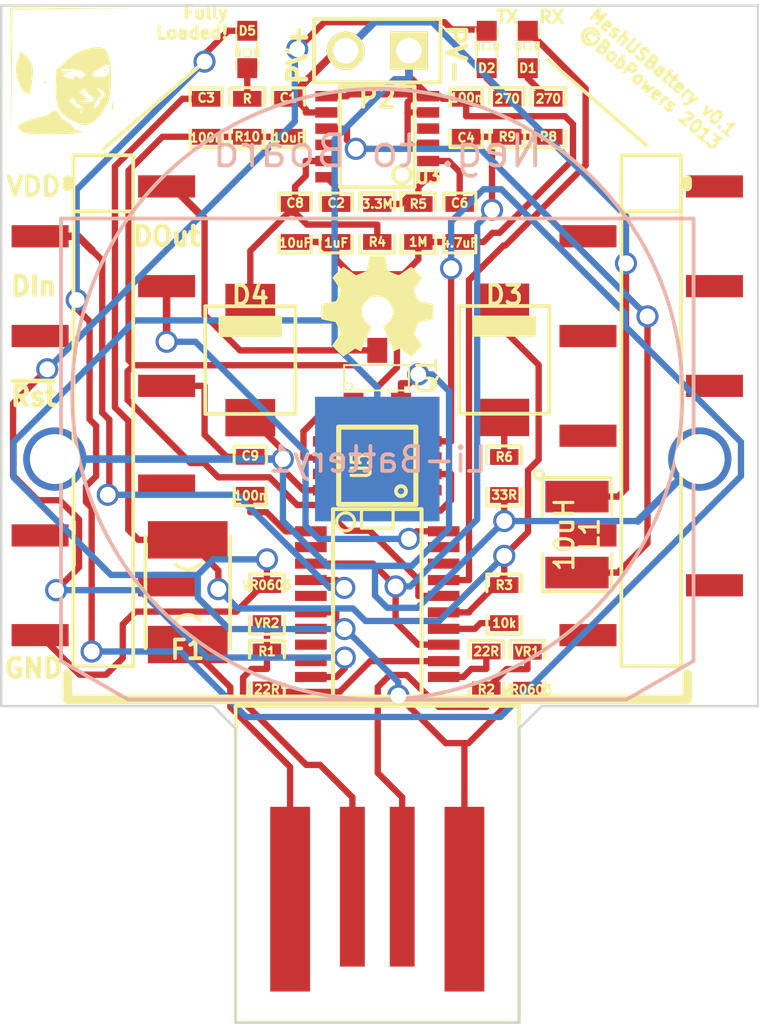
<source format=kicad_pcb>
(kicad_pcb (version 3) (host pcbnew "(2013-mar-13)-testing")

  (general
    (links 0)
    (no_connects 0)
    (area 130.504334 95.8996 167.053222 140.089)
    (thickness 1.6)
    (drawings 21)
    (tracks 395)
    (zones 0)
    (modules 37)
    (nets 55)
  )

  (page A4)
  (layers
    (15 F.Cu signal)
    (0 B.Cu signal)
    (16 B.Adhes user)
    (17 F.Adhes user)
    (18 B.Paste user)
    (19 F.Paste user)
    (20 B.SilkS user)
    (21 F.SilkS user)
    (22 B.Mask user)
    (23 F.Mask user)
    (24 Dwgs.User user)
    (25 Cmts.User user)
    (26 Eco1.User user)
    (27 Eco2.User user)
    (28 Edge.Cuts user)
  )

  (setup
    (last_trace_width 0.254)
    (user_trace_width 0.3048)
    (trace_clearance 0.254)
    (zone_clearance 0.2032)
    (zone_45_only yes)
    (trace_min 0.254)
    (segment_width 0.2)
    (edge_width 0.1)
    (via_size 0.889)
    (via_drill 0.635)
    (via_min_size 0.889)
    (via_min_drill 0.508)
    (uvia_size 0.508)
    (uvia_drill 0.127)
    (uvias_allowed no)
    (uvia_min_size 0.508)
    (uvia_min_drill 0.127)
    (pcb_text_width 0.3)
    (pcb_text_size 1.5 1.5)
    (mod_edge_width 0.15)
    (mod_text_size 1 1)
    (mod_text_width 0.15)
    (pad_size 2 2)
    (pad_drill 2)
    (pad_to_mask_clearance 0)
    (aux_axis_origin 133.4 138.8)
    (visible_elements FFFFFB3F)
    (pcbplotparams
      (layerselection 284196865)
      (usegerberextensions true)
      (excludeedgelayer true)
      (linewidth 0.150000)
      (plotframeref false)
      (viasonmask false)
      (mode 1)
      (useauxorigin true)
      (hpglpennumber 1)
      (hpglpenspeed 20)
      (hpglpendiameter 15)
      (hpglpenoverlay 2)
      (psnegative false)
      (psa4output false)
      (plotreference false)
      (plotvalue false)
      (plotothertext true)
      (plotinvisibletext false)
      (padsonsilk false)
      (subtractmaskfromsilk false)
      (outputformat 1)
      (mirror false)
      (drillshape 0)
      (scaleselection 1)
      (outputdirectory Gerbers/))
  )

  (net 0 "")
  (net 1 BAT+)
  (net 2 GND)
  (net 3 N-000001)
  (net 4 N-0000010)
  (net 5 N-0000011)
  (net 6 N-0000012)
  (net 7 N-0000013)
  (net 8 N-0000015)
  (net 9 N-0000016)
  (net 10 N-0000017)
  (net 11 N-0000018)
  (net 12 N-0000019)
  (net 13 N-000002)
  (net 14 N-0000021)
  (net 15 N-0000022)
  (net 16 N-0000023)
  (net 17 N-0000025)
  (net 18 N-000003)
  (net 19 N-0000030)
  (net 20 N-0000031)
  (net 21 N-0000032)
  (net 22 N-0000034)
  (net 23 N-0000035)
  (net 24 N-0000036)
  (net 25 N-0000037)
  (net 26 N-0000038)
  (net 27 N-000004)
  (net 28 N-0000040)
  (net 29 N-0000041)
  (net 30 N-0000042)
  (net 31 N-0000043)
  (net 32 N-0000044)
  (net 33 N-0000045)
  (net 34 N-0000046)
  (net 35 N-0000047)
  (net 36 N-000005)
  (net 37 N-000006)
  (net 38 N-0000064)
  (net 39 N-0000065)
  (net 40 N-0000066)
  (net 41 N-0000067)
  (net 42 N-0000068)
  (net 43 N-0000069)
  (net 44 N-000007)
  (net 45 N-0000070)
  (net 46 N-0000072)
  (net 47 N-0000073)
  (net 48 N-0000074)
  (net 49 N-0000075)
  (net 50 N-0000076)
  (net 51 N-000008)
  (net 52 N-000009)
  (net 53 USB_VDD)
  (net 54 VCCIO)

  (net_class Default "This is the default net class."
    (clearance 0.254)
    (trace_width 0.254)
    (via_dia 0.889)
    (via_drill 0.635)
    (uvia_dia 0.508)
    (uvia_drill 0.127)
    (add_net "")
    (add_net BAT+)
    (add_net GND)
    (add_net N-000001)
    (add_net N-0000010)
    (add_net N-0000011)
    (add_net N-0000012)
    (add_net N-0000013)
    (add_net N-0000015)
    (add_net N-0000016)
    (add_net N-0000017)
    (add_net N-0000018)
    (add_net N-0000019)
    (add_net N-000002)
    (add_net N-0000021)
    (add_net N-0000022)
    (add_net N-0000023)
    (add_net N-0000025)
    (add_net N-000003)
    (add_net N-0000030)
    (add_net N-0000031)
    (add_net N-0000032)
    (add_net N-0000034)
    (add_net N-0000035)
    (add_net N-0000036)
    (add_net N-0000037)
    (add_net N-0000038)
    (add_net N-000004)
    (add_net N-0000040)
    (add_net N-0000041)
    (add_net N-0000042)
    (add_net N-0000043)
    (add_net N-0000044)
    (add_net N-0000045)
    (add_net N-0000046)
    (add_net N-0000047)
    (add_net N-000005)
    (add_net N-000006)
    (add_net N-0000064)
    (add_net N-0000065)
    (add_net N-0000066)
    (add_net N-0000067)
    (add_net N-0000068)
    (add_net N-0000069)
    (add_net N-000007)
    (add_net N-0000070)
    (add_net N-0000072)
    (add_net N-0000073)
    (add_net N-0000074)
    (add_net N-0000075)
    (add_net N-0000076)
    (add_net N-000008)
    (add_net N-000009)
    (add_net USB_VDD)
    (add_net VCCIO)
  )

  (module SM1210 (layer F.Cu) (tedit 42806E94) (tstamp 523203A9)
    (at 156.52 118.97 270)
    (tags "CMS SM")
    (path /52312912)
    (attr smd)
    (fp_text reference L1 (at 0 -0.508 270) (layer F.SilkS)
      (effects (font (size 0.762 0.762) (thickness 0.127)))
    )
    (fp_text value 10uH (at 0 0.508 270) (layer F.SilkS)
      (effects (font (size 0.762 0.762) (thickness 0.127)))
    )
    (fp_circle (center -2.413 1.524) (end -2.286 1.397) (layer F.SilkS) (width 0.127))
    (fp_line (start -0.762 -1.397) (end -2.286 -1.397) (layer F.SilkS) (width 0.127))
    (fp_line (start -2.286 -1.397) (end -2.286 1.397) (layer F.SilkS) (width 0.127))
    (fp_line (start -2.286 1.397) (end -0.762 1.397) (layer F.SilkS) (width 0.127))
    (fp_line (start 0.762 1.397) (end 2.286 1.397) (layer F.SilkS) (width 0.127))
    (fp_line (start 2.286 1.397) (end 2.286 -1.397) (layer F.SilkS) (width 0.127))
    (fp_line (start 2.286 -1.397) (end 0.762 -1.397) (layer F.SilkS) (width 0.127))
    (pad 1 smd rect (at -1.524 0 270) (size 1.27 2.54)
      (layers F.Cu F.Paste F.Mask)
      (net 26 N-0000038)
    )
    (pad 2 smd rect (at 1.524 0 270) (size 1.27 2.54)
      (layers F.Cu F.Paste F.Mask)
      (net 24 N-0000036)
    )
    (model smd/chip_cms.wrl
      (at (xyz 0 0 0))
      (scale (xyz 0.17 0.2 0.17))
      (rotate (xyz 0 0 0))
    )
  )

  (module PIN_ARRAY_2X1 (layer F.Cu) (tedit 4565C520) (tstamp 523203B3)
    (at 148.501 99.56 180)
    (descr "Connecteurs 2 pins")
    (tags "CONN DEV")
    (path /523120A0)
    (fp_text reference P2 (at 0 -1.905 180) (layer F.SilkS)
      (effects (font (size 0.762 0.762) (thickness 0.1524)))
    )
    (fp_text value PVCell (at 0 -1.905 180) (layer F.SilkS) hide
      (effects (font (size 0.762 0.762) (thickness 0.1524)))
    )
    (fp_line (start -2.54 1.27) (end -2.54 -1.27) (layer F.SilkS) (width 0.1524))
    (fp_line (start -2.54 -1.27) (end 2.54 -1.27) (layer F.SilkS) (width 0.1524))
    (fp_line (start 2.54 -1.27) (end 2.54 1.27) (layer F.SilkS) (width 0.1524))
    (fp_line (start 2.54 1.27) (end -2.54 1.27) (layer F.SilkS) (width 0.1524))
    (pad 1 thru_hole rect (at -1.27 0 180) (size 1.524 1.524) (drill 1.016)
      (layers *.Cu *.Mask F.SilkS)
      (net 2 GND)
    )
    (pad 2 thru_hole circle (at 1.27 0 180) (size 1.524 1.524) (drill 1.016)
      (layers *.Cu *.Mask F.SilkS)
      (net 26 N-0000038)
    )
    (model pin_array/pins_array_2x1.wrl
      (at (xyz 0 0 0))
      (scale (xyz 1 1 1))
      (rotate (xyz 0 0 0))
    )
  )

  (module SSOP20 (layer F.Cu) (tedit 5235B7DA) (tstamp 5234BD99)
    (at 148.501 121.76 270)
    (descr "SSOP 20 pins")
    (tags "CMS SSOP SMD")
    (path /522FDA2E)
    (attr smd)
    (fp_text reference U4 (at 0 -0.635 270) (layer F.SilkS) hide
      (effects (font (size 0.762 0.762) (thickness 0.127)))
    )
    (fp_text value FT231X-SSOP (at 0 0.635 270) (layer F.SilkS) hide
      (effects (font (size 0.762 0.762) (thickness 0.127)))
    )
    (fp_line (start 3.81 -1.778) (end -3.81 -1.778) (layer F.SilkS) (width 0.1651))
    (fp_line (start -3.81 1.778) (end 3.81 1.778) (layer F.SilkS) (width 0.1651))
    (fp_line (start 3.81 -1.778) (end 3.81 1.778) (layer F.SilkS) (width 0.1651))
    (fp_line (start -3.81 1.778) (end -3.81 -1.778) (layer F.SilkS) (width 0.1524))
    (fp_circle (center -3.302 1.27) (end -3.556 1.016) (layer F.SilkS) (width 0.127))
    (fp_line (start -3.81 -0.635) (end -3.048 -0.635) (layer F.SilkS) (width 0.127))
    (fp_line (start -3.048 -0.635) (end -3.048 0.635) (layer F.SilkS) (width 0.127))
    (fp_line (start -3.048 0.635) (end -3.81 0.635) (layer F.SilkS) (width 0.127))
    (pad 1 smd rect (at -2.921 2.667 270) (size 0.4064 1.27)
      (layers F.Cu F.Paste F.Mask)
      (net 36 N-000005)
    )
    (pad 2 smd rect (at -2.286 2.667 270) (size 0.4064 1.27)
      (layers F.Cu F.Paste F.Mask)
      (net 35 N-0000047)
    )
    (pad 3 smd rect (at -1.6256 2.667 270) (size 0.4064 1.27)
      (layers F.Cu F.Paste F.Mask)
      (net 54 VCCIO)
    )
    (pad 4 smd rect (at -0.9652 2.667 270) (size 0.4064 1.27)
      (layers F.Cu F.Paste F.Mask)
      (net 5 N-0000011)
    )
    (pad 5 smd rect (at -0.3302 2.667 270) (size 0.4064 1.27)
      (layers F.Cu F.Paste F.Mask)
      (net 33 N-0000045)
    )
    (pad 6 smd rect (at 0.3302 2.667 270) (size 0.4064 1.27)
      (layers F.Cu F.Paste F.Mask)
      (net 2 GND)
    )
    (pad 7 smd rect (at 0.9906 2.667 270) (size 0.4064 1.27)
      (layers F.Cu F.Paste F.Mask)
      (net 32 N-0000044)
    )
    (pad 8 smd rect (at 1.6256 2.667 270) (size 0.4064 1.27)
      (layers F.Cu F.Paste F.Mask)
      (net 31 N-0000043)
    )
    (pad 9 smd rect (at 2.286 2.667 270) (size 0.4064 1.27)
      (layers F.Cu F.Paste F.Mask)
      (net 30 N-0000042)
    )
    (pad 10 smd rect (at 2.921 2.667 270) (size 0.4064 1.27)
      (layers F.Cu F.Paste F.Mask)
      (net 3 N-000001)
    )
    (pad 11 smd rect (at 2.921 -2.667 270) (size 0.4064 1.27)
      (layers F.Cu F.Paste F.Mask)
      (net 51 N-000008)
    )
    (pad 12 smd rect (at 2.286 -2.667 270) (size 0.4064 1.27)
      (layers F.Cu F.Paste F.Mask)
      (net 44 N-000007)
    )
    (pad 13 smd rect (at 1.6256 -2.667 270) (size 0.4064 1.27)
      (layers F.Cu F.Paste F.Mask)
      (net 54 VCCIO)
    )
    (pad 14 smd rect (at 0.9906 -2.667 270) (size 0.4064 1.27)
      (layers F.Cu F.Paste F.Mask)
      (net 37 N-000006)
    )
    (pad 15 smd rect (at 0.3302 -2.667 270) (size 0.4064 1.27)
      (layers F.Cu F.Paste F.Mask)
      (net 53 USB_VDD)
    )
    (pad 16 smd rect (at -0.3302 -2.667 270) (size 0.4064 1.27)
      (layers F.Cu F.Paste F.Mask)
      (net 2 GND)
    )
    (pad 17 smd rect (at -0.9652 -2.667 270) (size 0.4064 1.27)
      (layers F.Cu F.Paste F.Mask)
      (net 13 N-000002)
    )
    (pad 18 smd rect (at -1.6256 -2.667 270) (size 0.4064 1.27)
      (layers F.Cu F.Paste F.Mask)
      (net 29 N-0000041)
    )
    (pad 19 smd rect (at -2.286 -2.667 270) (size 0.4064 1.27)
      (layers F.Cu F.Paste F.Mask)
      (net 28 N-0000040)
    )
    (pad 20 smd rect (at -2.921 -2.667 270) (size 0.4064 1.27)
      (layers F.Cu F.Paste F.Mask)
      (net 4 N-0000010)
    )
    (model smd/cms_so20.wrl
      (at (xyz 0 0 0))
      (scale (xyz 0.255 0.33 0.3))
      (rotate (xyz 0 0 0))
    )
  )

  (module SSOP8-9 (layer F.Cu) (tedit 48070EED) (tstamp 5236B631)
    (at 148.501 116.21 90)
    (path /52312087)
    (attr smd)
    (fp_text reference U5 (at 0 -0.635 90) (layer F.SilkS)
      (effects (font (size 0.762 0.508) (thickness 0.1524)))
    )
    (fp_text value LTC4070 (at 0 0.762 90) (layer F.SilkS) hide
      (effects (font (size 0.762 0.508) (thickness 0.1524)))
    )
    (fp_circle (center -1.016 0.9525) (end -1.0795 1.143) (layer F.SilkS) (width 0.1524))
    (fp_line (start 0 -1.5494) (end -1.5494 -1.5494) (layer F.SilkS) (width 0.2032))
    (fp_line (start -1.5494 -1.5494) (end -1.5494 1.5494) (layer F.SilkS) (width 0.2032))
    (fp_line (start -1.5494 1.5494) (end 1.5494 1.5494) (layer F.SilkS) (width 0.2032))
    (fp_line (start 1.5494 1.5494) (end 1.5494 -1.5494) (layer F.SilkS) (width 0.2032))
    (fp_line (start 1.5494 -1.5494) (end 0 -1.5494) (layer F.SilkS) (width 0.2032))
    (pad 1 smd rect (at -0.98044 1.99898 90) (size 0.4191 1.1684)
      (layers F.Cu F.Paste F.Mask)
      (net 48 N-0000074)
    )
    (pad 2 smd rect (at -0.3302 1.99898 90) (size 0.4191 1.1684)
      (layers F.Cu F.Paste F.Mask)
      (net 25 N-0000037)
    )
    (pad 3 smd rect (at 0.3302 1.99898 90) (size 0.4191 1.1684)
      (layers F.Cu F.Paste F.Mask)
      (net 12 N-0000019)
    )
    (pad 4 smd rect (at 0.98044 1.99898 90) (size 0.4191 1.1684)
      (layers F.Cu F.Paste F.Mask)
      (net 22 N-0000034)
    )
    (pad 5 smd rect (at 0.98044 -1.99898 90) (size 0.4191 1.1684)
      (layers F.Cu F.Paste F.Mask)
      (net 2 GND)
    )
    (pad 6 smd rect (at 0.3302 -1.99898 90) (size 0.4191 1.1684)
      (layers F.Cu F.Paste F.Mask)
      (net 9 N-0000016)
    )
    (pad 7 smd rect (at -0.3302 -1.99898 90) (size 0.4191 1.1684)
      (layers F.Cu F.Paste F.Mask)
      (net 11 N-0000018)
    )
    (pad 8 smd rect (at -0.98044 -1.99898 90) (size 0.4191 1.1684)
      (layers F.Cu F.Paste F.Mask)
      (net 25 N-0000037)
    )
    (pad 9 smd rect (at 0 0 90) (size 2.794 2.0828)
      (layers F.Cu F.Paste F.Mask)
      (net 2 GND)
    )
    (model smd/cms_so8.wrl
      (at (xyz 0 0 0))
      (scale (xyz 0.25 0.25 0.25))
      (rotate (xyz 0 0 0))
    )
  )

  (module _MUSB_MF-MSMF050-Fuse (layer F.Cu) (tedit 52331B0D) (tstamp 5235A64C)
    (at 140.89 121.28 270)
    (path /522EBD3E)
    (fp_text reference F1 (at 2.31 0.01 360) (layer F.SilkS)
      (effects (font (size 0.75 0.75) (thickness 0.15)))
    )
    (fp_text value FUSE (at 0 -2.54 270) (layer F.SilkS) hide
      (effects (font (size 1 1) (thickness 0.15)))
    )
    (fp_arc (start -1.6 0) (end -1.11 -0.48) (angle 90) (layer F.SilkS) (width 0.15))
    (fp_arc (start 1.6 0) (end 1.11 0.48) (angle 90) (layer F.SilkS) (width 0.15))
    (fp_line (start -2.25 1.7) (end 2.25 1.7) (layer F.SilkS) (width 0.15))
    (fp_line (start -2.25 -1.7) (end 2.25 -1.7) (layer F.SilkS) (width 0.15))
    (pad 1 smd rect (at 2.1 0 270) (size 1.5 3.2)
      (layers F.Cu F.Paste F.Mask)
      (net 8 N-0000015)
    )
    (pad 2 smd rect (at -2.1 0 270) (size 1.5 3.2)
      (layers F.Cu F.Paste F.Mask)
      (net 53 USB_VDD)
    )
  )

  (module _MUSB-FEMALE-HEADER-NPPN101BFLC-RC (layer F.Cu) (tedit 523596C0) (tstamp 5235A65F)
    (at 137.5 114.004 180)
    (path /5232A47B)
    (fp_text reference H1 (at 0 -11.47 180) (layer F.SilkS) hide
      (effects (font (size 1 1) (thickness 0.15)))
    )
    (fp_text value XBeeLeftPins (at 0 11.57 180) (layer F.SilkS) hide
      (effects (font (size 1 1) (thickness 0.15)))
    )
    (fp_line (start -1.2 8) (end 1.2 8) (layer F.SilkS) (width 0.15))
    (fp_line (start 1.2 -10.25) (end 1.2 10.25) (layer F.SilkS) (width 0.15))
    (fp_line (start 1.2 10.25) (end -1.2 10.25) (layer F.SilkS) (width 0.15))
    (fp_line (start -1.2 10.25) (end -1.2 -10.25) (layer F.SilkS) (width 0.15))
    (fp_line (start -1.2 -10.25) (end 1.2 -10.25) (layer F.SilkS) (width 0.15))
    (pad 1 smd rect (at -2.54 9 180) (size 2.29 0.89)
      (layers F.Cu F.Paste F.Mask)
      (net 1 BAT+)
    )
    (pad 2 smd rect (at 2.54 7 180) (size 2.29 0.89)
      (layers F.Cu F.Paste F.Mask)
      (net 5 N-0000011)
    )
    (pad 3 smd rect (at -2.54 5 180) (size 2.29 0.89)
      (layers F.Cu F.Paste F.Mask)
      (net 4 N-0000010)
    )
    (pad 4 smd rect (at 2.54 3 180) (size 2.29 0.89)
      (layers F.Cu F.Paste F.Mask)
      (net 17 N-0000025)
    )
    (pad 5 smd rect (at -2.54 1 180) (size 2.29 0.89)
      (layers F.Cu F.Paste F.Mask)
      (net 52 N-000009)
    )
    (pad 7 smd rect (at -2.54 -3 180) (size 2.29 0.89)
      (layers F.Cu F.Paste F.Mask)
      (net 16 N-0000023)
    )
    (pad 8 smd rect (at 2.54 -5 180) (size 2.29 0.89)
      (layers F.Cu F.Paste F.Mask)
      (net 15 N-0000022)
    )
    (pad 9 smd rect (at -2.54 -7 180) (size 2.29 0.89)
      (layers F.Cu F.Paste F.Mask)
      (net 14 N-0000021)
    )
    (pad 10 smd rect (at 2.54 -9 180) (size 2.29 0.89)
      (layers F.Cu F.Paste F.Mask)
      (net 2 GND)
    )
  )

  (module _MUSB-FEMALE-HEADER-NPPN101BFLC-RC (layer F.Cu) (tedit 523596CD) (tstamp 5235A672)
    (at 159.502 114.004 180)
    (path /5232A4B3)
    (fp_text reference H2 (at 0 -11.47 180) (layer F.SilkS) hide
      (effects (font (size 1 1) (thickness 0.15)))
    )
    (fp_text value XBeeRightPins (at 0 11.57 180) (layer F.SilkS) hide
      (effects (font (size 1 1) (thickness 0.15)))
    )
    (fp_line (start -1.2 8) (end 1.2 8) (layer F.SilkS) (width 0.15))
    (fp_line (start 1.2 -10.25) (end 1.2 10.25) (layer F.SilkS) (width 0.15))
    (fp_line (start 1.2 10.25) (end -1.2 10.25) (layer F.SilkS) (width 0.15))
    (fp_line (start -1.2 10.25) (end -1.2 -10.25) (layer F.SilkS) (width 0.15))
    (fp_line (start -1.2 -10.25) (end 1.2 -10.25) (layer F.SilkS) (width 0.15))
    (pad 1 smd rect (at -2.54 9 180) (size 2.29 0.89)
      (layers F.Cu F.Paste F.Mask)
      (net 41 N-0000067)
    )
    (pad 2 smd rect (at 2.54 7 180) (size 2.29 0.89)
      (layers F.Cu F.Paste F.Mask)
      (net 40 N-0000066)
    )
    (pad 3 smd rect (at -2.54 5 180) (size 2.29 0.89)
      (layers F.Cu F.Paste F.Mask)
      (net 38 N-0000064)
    )
    (pad 4 smd rect (at 2.54 3 180) (size 2.29 0.89)
      (layers F.Cu F.Paste F.Mask)
      (net 39 N-0000065)
    )
    (pad 5 smd rect (at -2.54 1 180) (size 2.29 0.89)
      (layers F.Cu F.Paste F.Mask)
      (net 47 N-0000073)
    )
    (pad 6 smd rect (at 2.54 -1 180) (size 2.29 0.89)
      (layers F.Cu F.Paste F.Mask)
      (net 46 N-0000072)
    )
    (pad 8 smd rect (at 2.54 -5 180) (size 2.29 0.89)
      (layers F.Cu F.Paste F.Mask)
      (net 45 N-0000070)
    )
    (pad 9 smd rect (at -2.54 -7 180) (size 2.29 0.89)
      (layers F.Cu F.Paste F.Mask)
      (net 43 N-0000069)
    )
    (pad 10 smd rect (at 2.54 -9 180) (size 2.29 0.89)
      (layers F.Cu F.Paste F.Mask)
      (net 42 N-0000068)
    )
  )

  (module _MUSB_DO-214BA-Schottky (layer F.Cu) (tedit 52332005) (tstamp 5235A8C9)
    (at 153.6 111.96 90)
    (path /52355820)
    (fp_text reference D3 (at 2.6 0 180) (layer F.SilkS)
      (effects (font (size 0.75 0.75) (thickness 0.15)))
    )
    (fp_text value DIODESCH (at 0 -1.85 90) (layer F.SilkS) hide
      (effects (font (size 1 1) (thickness 0.15)))
    )
    (fp_line (start 1.6 1.2) (end 1.6 -1.18) (layer F.SilkS) (width 0.15))
    (fp_line (start 1.48 -1.19) (end 1.48 1.2) (layer F.SilkS) (width 0.15))
    (fp_line (start 1.23 1.17) (end 1.23 -1.19) (layer F.SilkS) (width 0.15))
    (fp_line (start 1.11 -1.2) (end 1.11 1.19) (layer F.SilkS) (width 0.15))
    (fp_line (start 1.35 -1.2) (end 1.35 1.2) (layer F.SilkS) (width 0.15))
    (fp_line (start 1 -1.2) (end 1.7 -1.2) (layer F.SilkS) (width 0.15))
    (fp_line (start 1.7 -1.2) (end 1.7 1.2) (layer F.SilkS) (width 0.15))
    (fp_line (start 1.7 1.2) (end 1 1.2) (layer F.SilkS) (width 0.15))
    (fp_line (start 1 1.2) (end 1 -1.2) (layer F.SilkS) (width 0.15))
    (fp_line (start 2.16 -1.81) (end 2.16 1.81) (layer F.SilkS) (width 0.15))
    (fp_line (start 2.16 1.81) (end -2.16 1.81) (layer F.SilkS) (width 0.15))
    (fp_line (start -2.16 1.81) (end -2.16 -1.81) (layer F.SilkS) (width 0.15))
    (fp_line (start -2.16 -1.81) (end 2.16 -1.81) (layer F.SilkS) (width 0.15))
    (pad 1 smd rect (at 2.31 0 90) (size 1.5 2)
      (layers F.Cu F.Paste F.Mask)
      (net 53 USB_VDD)
    )
    (pad 2 smd rect (at -2.31 0 90) (size 1.5 2)
      (layers F.Cu F.Paste F.Mask)
      (net 10 N-0000017)
    )
  )

  (module _MUSB_DO-214BA-Schottky (layer F.Cu) (tedit 52332005) (tstamp 5236B863)
    (at 143.402 111.97 90)
    (path /52353052)
    (fp_text reference D4 (at 2.6 0 180) (layer F.SilkS)
      (effects (font (size 0.75 0.75) (thickness 0.15)))
    )
    (fp_text value DIODESCH (at 0 -1.85 90) (layer F.SilkS) hide
      (effects (font (size 1 1) (thickness 0.15)))
    )
    (fp_line (start 1.6 1.2) (end 1.6 -1.18) (layer F.SilkS) (width 0.15))
    (fp_line (start 1.48 -1.19) (end 1.48 1.2) (layer F.SilkS) (width 0.15))
    (fp_line (start 1.23 1.17) (end 1.23 -1.19) (layer F.SilkS) (width 0.15))
    (fp_line (start 1.11 -1.2) (end 1.11 1.19) (layer F.SilkS) (width 0.15))
    (fp_line (start 1.35 -1.2) (end 1.35 1.2) (layer F.SilkS) (width 0.15))
    (fp_line (start 1 -1.2) (end 1.7 -1.2) (layer F.SilkS) (width 0.15))
    (fp_line (start 1.7 -1.2) (end 1.7 1.2) (layer F.SilkS) (width 0.15))
    (fp_line (start 1.7 1.2) (end 1 1.2) (layer F.SilkS) (width 0.15))
    (fp_line (start 1 1.2) (end 1 -1.2) (layer F.SilkS) (width 0.15))
    (fp_line (start 2.16 -1.81) (end 2.16 1.81) (layer F.SilkS) (width 0.15))
    (fp_line (start 2.16 1.81) (end -2.16 1.81) (layer F.SilkS) (width 0.15))
    (fp_line (start -2.16 1.81) (end -2.16 -1.81) (layer F.SilkS) (width 0.15))
    (fp_line (start -2.16 -1.81) (end 2.16 -1.81) (layer F.SilkS) (width 0.15))
    (pad 1 smd rect (at 2.31 0 90) (size 1.5 2)
      (layers F.Cu F.Paste F.Mask)
      (net 20 N-0000031)
    )
    (pad 2 smd rect (at -2.31 0 90) (size 1.5 2)
      (layers F.Cu F.Paste F.Mask)
      (net 25 N-0000037)
    )
  )

  (module _MUSB_MSOP12 (layer F.Cu) (tedit 5232D039) (tstamp 523512A3)
    (at 148.501 103.01 180)
    (path /52312078)
    (fp_text reference U3 (at -2.04 -1.63 180) (layer F.SilkS)
      (effects (font (size 0.5 0.5) (thickness 0.125)))
    )
    (fp_text value LTC3105-MSOP12 (at 1.39 -2.43 180) (layer F.SilkS) hide
      (effects (font (size 0.5 0.5) (thickness 0.125)))
    )
    (fp_circle (center -0.99 -1.52) (end -1.25 -1.76) (layer F.SilkS) (width 0.15))
    (fp_line (start 1.5 -2.02) (end 1.5 2.02) (layer F.SilkS) (width 0.15))
    (fp_line (start 1.5 2.02) (end -1.5 2.02) (layer F.SilkS) (width 0.15))
    (fp_line (start -1.5 2.02) (end -1.5 -2.02) (layer F.SilkS) (width 0.15))
    (fp_line (start -1.5 -2.02) (end 1.5 -2.02) (layer F.SilkS) (width 0.15))
    (pad 1 smd rect (at -2.0445 -1.625 180) (size 0.889 0.42)
      (layers F.Cu F.Paste F.Mask)
      (net 50 N-0000076)
    )
    (pad 2 smd rect (at -2.0445 -0.975 180) (size 0.889 0.42)
      (layers F.Cu F.Paste F.Mask)
      (net 21 N-0000032)
    )
    (pad 3 smd rect (at -2.0445 -0.325 180) (size 0.889 0.42)
      (layers F.Cu F.Paste F.Mask)
      (net 2 GND)
    )
    (pad 4 smd rect (at -2.0445 0.325 180) (size 0.889 0.42)
      (layers F.Cu F.Paste F.Mask)
      (net 34 N-0000046)
    )
    (pad 5 smd rect (at -2.0445 0.975 180) (size 0.889 0.42)
      (layers F.Cu F.Paste F.Mask)
      (net 2 GND)
    )
    (pad 6 smd rect (at -2.0445 1.625 180) (size 0.889 0.42)
      (layers F.Cu F.Paste F.Mask)
      (net 2 GND)
    )
    (pad 7 smd rect (at 2.0445 1.625 180) (size 0.889 0.42)
      (layers F.Cu F.Paste F.Mask)
      (net 2 GND)
    )
    (pad 8 smd rect (at 2.0445 0.975 180) (size 0.889 0.42)
      (layers F.Cu F.Paste F.Mask)
      (net 26 N-0000038)
    )
    (pad 9 smd rect (at 2.0445 0.325 180) (size 0.889 0.42)
      (layers F.Cu F.Paste F.Mask)
      (net 24 N-0000036)
    )
    (pad 10 smd rect (at 2.0445 -0.325 180) (size 0.889 0.42)
      (layers F.Cu F.Paste F.Mask)
      (net 49 N-0000075)
    )
    (pad 11 smd rect (at 2.0445 -0.975 180) (size 0.889 0.42)
      (layers F.Cu F.Paste F.Mask)
      (net 20 N-0000031)
    )
    (pad 12 smd rect (at 2.0445 -1.625 180) (size 0.889 0.42)
      (layers F.Cu F.Paste F.Mask)
      (net 23 N-0000035)
    )
  )

  (module _MUSB_SM0603_Capa (layer F.Cu) (tedit 51CB9B1F) (tstamp 5237249D)
    (at 144.93 102.25 270)
    (path /52312498)
    (attr smd)
    (fp_text reference C1 (at -0.8 0 360) (layer F.SilkS)
      (effects (font (size 0.35 0.35) (thickness 0.0875)))
    )
    (fp_text value 10uF (at 0.8 0 360) (layer F.SilkS)
      (effects (font (size 0.35 0.35) (thickness 0.0875)))
    )
    (fp_text user "" (at -0.8 0 360) (layer F.SilkS)
      (effects (font (size 0.35 0.35) (thickness 0.0875)))
    )
    (fp_line (start 0.50038 0.65024) (end 1.19888 0.65024) (layer F.SilkS) (width 0.11938))
    (fp_line (start -0.50038 0.65024) (end -1.19888 0.65024) (layer F.SilkS) (width 0.11938))
    (fp_line (start 0.50038 -0.65024) (end 1.19888 -0.65024) (layer F.SilkS) (width 0.11938))
    (fp_line (start -1.19888 -0.65024) (end -0.50038 -0.65024) (layer F.SilkS) (width 0.11938))
    (fp_line (start 1.19888 -0.635) (end 1.19888 0.635) (layer F.SilkS) (width 0.11938))
    (fp_line (start -1.19888 0.635) (end -1.19888 -0.635) (layer F.SilkS) (width 0.11938))
    (pad 1 smd rect (at -0.762 0 270) (size 0.635 1.143)
      (layers F.Cu F.Paste F.Mask)
      (net 26 N-0000038)
    )
    (pad 2 smd rect (at 0.762 0 270) (size 0.635 1.143)
      (layers F.Cu F.Paste F.Mask)
      (net 2 GND)
    )
    (model smd\capacitors\C0603.wrl
      (at (xyz 0 0 0.001))
      (scale (xyz 0.5 0.5 0.5))
      (rotate (xyz 0 0 0))
    )
  )

  (module _MUSB_SM0603_Capa (layer F.Cu) (tedit 51CB9B1F) (tstamp 523724AA)
    (at 146.85 106.47 270)
    (path /523127FB)
    (attr smd)
    (fp_text reference C2 (at -0.8 0 360) (layer F.SilkS)
      (effects (font (size 0.35 0.35) (thickness 0.0875)))
    )
    (fp_text value 1uF (at 0.8 0 360) (layer F.SilkS)
      (effects (font (size 0.35 0.35) (thickness 0.0875)))
    )
    (fp_text user "" (at -0.8 0 360) (layer F.SilkS)
      (effects (font (size 0.35 0.35) (thickness 0.0875)))
    )
    (fp_line (start 0.50038 0.65024) (end 1.19888 0.65024) (layer F.SilkS) (width 0.11938))
    (fp_line (start -0.50038 0.65024) (end -1.19888 0.65024) (layer F.SilkS) (width 0.11938))
    (fp_line (start 0.50038 -0.65024) (end 1.19888 -0.65024) (layer F.SilkS) (width 0.11938))
    (fp_line (start -1.19888 -0.65024) (end -0.50038 -0.65024) (layer F.SilkS) (width 0.11938))
    (fp_line (start 1.19888 -0.635) (end 1.19888 0.635) (layer F.SilkS) (width 0.11938))
    (fp_line (start -1.19888 0.635) (end -1.19888 -0.635) (layer F.SilkS) (width 0.11938))
    (pad 1 smd rect (at -0.762 0 270) (size 0.635 1.143)
      (layers F.Cu F.Paste F.Mask)
      (net 23 N-0000035)
    )
    (pad 2 smd rect (at 0.762 0 270) (size 0.635 1.143)
      (layers F.Cu F.Paste F.Mask)
      (net 2 GND)
    )
    (model smd\capacitors\C0603.wrl
      (at (xyz 0 0 0.001))
      (scale (xyz 0.5 0.5 0.5))
      (rotate (xyz 0 0 0))
    )
  )

  (module _MUSB_SM0603_Capa (layer F.Cu) (tedit 51CB9B1F) (tstamp 523724B7)
    (at 141.63 102.25 270)
    (path /522EE470)
    (attr smd)
    (fp_text reference C3 (at -0.8 0 360) (layer F.SilkS)
      (effects (font (size 0.35 0.35) (thickness 0.0875)))
    )
    (fp_text value 100n (at 0.8 0 360) (layer F.SilkS)
      (effects (font (size 0.35 0.35) (thickness 0.0875)))
    )
    (fp_text user "" (at -0.8 0 360) (layer F.SilkS)
      (effects (font (size 0.35 0.35) (thickness 0.0875)))
    )
    (fp_line (start 0.50038 0.65024) (end 1.19888 0.65024) (layer F.SilkS) (width 0.11938))
    (fp_line (start -0.50038 0.65024) (end -1.19888 0.65024) (layer F.SilkS) (width 0.11938))
    (fp_line (start 0.50038 -0.65024) (end 1.19888 -0.65024) (layer F.SilkS) (width 0.11938))
    (fp_line (start -1.19888 -0.65024) (end -0.50038 -0.65024) (layer F.SilkS) (width 0.11938))
    (fp_line (start 1.19888 -0.635) (end 1.19888 0.635) (layer F.SilkS) (width 0.11938))
    (fp_line (start -1.19888 0.635) (end -1.19888 -0.635) (layer F.SilkS) (width 0.11938))
    (pad 1 smd rect (at -0.762 0 270) (size 0.635 1.143)
      (layers F.Cu F.Paste F.Mask)
      (net 53 USB_VDD)
    )
    (pad 2 smd rect (at 0.762 0 270) (size 0.635 1.143)
      (layers F.Cu F.Paste F.Mask)
      (net 2 GND)
    )
    (model smd\capacitors\C0603.wrl
      (at (xyz 0 0 0.001))
      (scale (xyz 0.5 0.5 0.5))
      (rotate (xyz 0 0 0))
    )
  )

  (module _MUSB_SM0603_Capa (layer F.Cu) (tedit 51CB9B1F) (tstamp 523724C4)
    (at 152.07 102.25 90)
    (path /522FDDF5)
    (attr smd)
    (fp_text reference C4 (at -0.8 0 180) (layer F.SilkS)
      (effects (font (size 0.35 0.35) (thickness 0.0875)))
    )
    (fp_text value 100n (at 0.8 0 180) (layer F.SilkS)
      (effects (font (size 0.35 0.35) (thickness 0.0875)))
    )
    (fp_text user "" (at -0.8 0 180) (layer F.SilkS)
      (effects (font (size 0.35 0.35) (thickness 0.0875)))
    )
    (fp_line (start 0.50038 0.65024) (end 1.19888 0.65024) (layer F.SilkS) (width 0.11938))
    (fp_line (start -0.50038 0.65024) (end -1.19888 0.65024) (layer F.SilkS) (width 0.11938))
    (fp_line (start 0.50038 -0.65024) (end 1.19888 -0.65024) (layer F.SilkS) (width 0.11938))
    (fp_line (start -1.19888 -0.65024) (end -0.50038 -0.65024) (layer F.SilkS) (width 0.11938))
    (fp_line (start 1.19888 -0.635) (end 1.19888 0.635) (layer F.SilkS) (width 0.11938))
    (fp_line (start -1.19888 0.635) (end -1.19888 -0.635) (layer F.SilkS) (width 0.11938))
    (pad 1 smd rect (at -0.762 0 90) (size 0.635 1.143)
      (layers F.Cu F.Paste F.Mask)
      (net 54 VCCIO)
    )
    (pad 2 smd rect (at 0.762 0 90) (size 0.635 1.143)
      (layers F.Cu F.Paste F.Mask)
      (net 2 GND)
    )
    (model smd\capacitors\C0603.wrl
      (at (xyz 0 0 0.001))
      (scale (xyz 0.5 0.5 0.5))
      (rotate (xyz 0 0 0))
    )
  )

  (module _MUSB_SM0603_Capa (layer F.Cu) (tedit 51CB9B1F) (tstamp 523724D1)
    (at 151.81 106.47 270)
    (path /523138F1)
    (attr smd)
    (fp_text reference C6 (at -0.8 0 360) (layer F.SilkS)
      (effects (font (size 0.35 0.35) (thickness 0.0875)))
    )
    (fp_text value 4.7uF (at 0.8 0 360) (layer F.SilkS)
      (effects (font (size 0.35 0.35) (thickness 0.0875)))
    )
    (fp_text user "" (at -0.8 0 360) (layer F.SilkS)
      (effects (font (size 0.35 0.35) (thickness 0.0875)))
    )
    (fp_line (start 0.50038 0.65024) (end 1.19888 0.65024) (layer F.SilkS) (width 0.11938))
    (fp_line (start -0.50038 0.65024) (end -1.19888 0.65024) (layer F.SilkS) (width 0.11938))
    (fp_line (start 0.50038 -0.65024) (end 1.19888 -0.65024) (layer F.SilkS) (width 0.11938))
    (fp_line (start -1.19888 -0.65024) (end -0.50038 -0.65024) (layer F.SilkS) (width 0.11938))
    (fp_line (start 1.19888 -0.635) (end 1.19888 0.635) (layer F.SilkS) (width 0.11938))
    (fp_line (start -1.19888 0.635) (end -1.19888 -0.635) (layer F.SilkS) (width 0.11938))
    (pad 1 smd rect (at -0.762 0 270) (size 0.635 1.143)
      (layers F.Cu F.Paste F.Mask)
      (net 21 N-0000032)
    )
    (pad 2 smd rect (at 0.762 0 270) (size 0.635 1.143)
      (layers F.Cu F.Paste F.Mask)
      (net 2 GND)
    )
    (model smd\capacitors\C0603.wrl
      (at (xyz 0 0 0.001))
      (scale (xyz 0.5 0.5 0.5))
      (rotate (xyz 0 0 0))
    )
  )

  (module _MUSB_SM0603_Capa (layer F.Cu) (tedit 51CB9B1F) (tstamp 523724DE)
    (at 145.2 106.47 270)
    (path /5231354E)
    (attr smd)
    (fp_text reference C8 (at -0.8 0 360) (layer F.SilkS)
      (effects (font (size 0.35 0.35) (thickness 0.0875)))
    )
    (fp_text value 10uF (at 0.8 0 360) (layer F.SilkS)
      (effects (font (size 0.35 0.35) (thickness 0.0875)))
    )
    (fp_text user "" (at -0.8 0 360) (layer F.SilkS)
      (effects (font (size 0.35 0.35) (thickness 0.0875)))
    )
    (fp_line (start 0.50038 0.65024) (end 1.19888 0.65024) (layer F.SilkS) (width 0.11938))
    (fp_line (start -0.50038 0.65024) (end -1.19888 0.65024) (layer F.SilkS) (width 0.11938))
    (fp_line (start 0.50038 -0.65024) (end 1.19888 -0.65024) (layer F.SilkS) (width 0.11938))
    (fp_line (start -1.19888 -0.65024) (end -0.50038 -0.65024) (layer F.SilkS) (width 0.11938))
    (fp_line (start 1.19888 -0.635) (end 1.19888 0.635) (layer F.SilkS) (width 0.11938))
    (fp_line (start -1.19888 0.635) (end -1.19888 -0.635) (layer F.SilkS) (width 0.11938))
    (pad 1 smd rect (at -0.762 0 270) (size 0.635 1.143)
      (layers F.Cu F.Paste F.Mask)
      (net 20 N-0000031)
    )
    (pad 2 smd rect (at 0.762 0 270) (size 0.635 1.143)
      (layers F.Cu F.Paste F.Mask)
      (net 2 GND)
    )
    (model smd\capacitors\C0603.wrl
      (at (xyz 0 0 0.001))
      (scale (xyz 0.5 0.5 0.5))
      (rotate (xyz 0 0 0))
    )
  )

  (module _MUSB_SM0603_Capa (layer F.Cu) (tedit 51CB9B1F) (tstamp 523724EB)
    (at 143.402 116.61 270)
    (path /522FE8A3)
    (attr smd)
    (fp_text reference C9 (at -0.8 0 360) (layer F.SilkS)
      (effects (font (size 0.35 0.35) (thickness 0.0875)))
    )
    (fp_text value 100n (at 0.8 0 360) (layer F.SilkS)
      (effects (font (size 0.35 0.35) (thickness 0.0875)))
    )
    (fp_text user "" (at -0.8 0 360) (layer F.SilkS)
      (effects (font (size 0.35 0.35) (thickness 0.0875)))
    )
    (fp_line (start 0.50038 0.65024) (end 1.19888 0.65024) (layer F.SilkS) (width 0.11938))
    (fp_line (start -0.50038 0.65024) (end -1.19888 0.65024) (layer F.SilkS) (width 0.11938))
    (fp_line (start 0.50038 -0.65024) (end 1.19888 -0.65024) (layer F.SilkS) (width 0.11938))
    (fp_line (start -1.19888 -0.65024) (end -0.50038 -0.65024) (layer F.SilkS) (width 0.11938))
    (fp_line (start 1.19888 -0.635) (end 1.19888 0.635) (layer F.SilkS) (width 0.11938))
    (fp_line (start -1.19888 0.635) (end -1.19888 -0.635) (layer F.SilkS) (width 0.11938))
    (pad 1 smd rect (at -0.762 0 270) (size 0.635 1.143)
      (layers F.Cu F.Paste F.Mask)
      (net 52 N-000009)
    )
    (pad 2 smd rect (at 0.762 0 270) (size 0.635 1.143)
      (layers F.Cu F.Paste F.Mask)
      (net 36 N-000005)
    )
    (model smd\capacitors\C0603.wrl
      (at (xyz 0 0 0.001))
      (scale (xyz 0.5 0.5 0.5))
      (rotate (xyz 0 0 0))
    )
  )

  (module _MUSB_LED-0603 (layer F.Cu) (tedit 51D15FAA) (tstamp 52372503)
    (at 154.545 99.51 90)
    (descr "LED 0603 smd package")
    (tags "LED led 0603 SMD smd SMT smt smdled SMDLED smtled SMTLED")
    (path /522EDA93)
    (attr smd)
    (fp_text reference D1 (at -0.75 0 180) (layer F.SilkS)
      (effects (font (size 0.35 0.35) (thickness 0.0875)))
    )
    (fp_text value RX_LED (at 0.75 0 180) (layer F.SilkS) hide
      (effects (font (size 0.35 0.35) (thickness 0.0875)))
    )
    (fp_line (start -0.29 -0.4) (end 0.28 -0.4) (layer F.SilkS) (width 0.1016))
    (fp_line (start -0.28 0.4) (end 0.27 0.4) (layer F.SilkS) (width 0.1016))
    (fp_line (start 0.44958 0.44958) (end 0.84836 0.44958) (layer F.SilkS) (width 0.06604))
    (fp_line (start 0.44958 -0.44958) (end 0.84836 -0.44958) (layer F.SilkS) (width 0.06604))
    (fp_line (start -0.84836 0.44958) (end -0.44958 0.44958) (layer F.SilkS) (width 0.06604))
    (fp_line (start -0.84836 -0.44958) (end -0.44958 -0.44958) (layer F.SilkS) (width 0.06604))
    (fp_line (start 0 -0.44958) (end 0 -0.29972) (layer F.SilkS) (width 0.06604))
    (fp_line (start 0 -0.29972) (end 0.29972 -0.29972) (layer F.SilkS) (width 0.06604))
    (fp_line (start 0.29972 -0.44958) (end 0.29972 -0.29972) (layer F.SilkS) (width 0.06604))
    (fp_line (start 0 -0.44958) (end 0.29972 -0.44958) (layer F.SilkS) (width 0.06604))
    (fp_line (start 0 0.29972) (end 0 0.44958) (layer F.SilkS) (width 0.06604))
    (fp_line (start 0 0.44958) (end 0.29972 0.44958) (layer F.SilkS) (width 0.06604))
    (fp_line (start 0.29972 0.29972) (end 0.29972 0.44958) (layer F.SilkS) (width 0.06604))
    (fp_line (start 0 0.29972) (end 0.29972 0.29972) (layer F.SilkS) (width 0.06604))
    (fp_line (start 0 -0.14986) (end 0 0.14986) (layer F.SilkS) (width 0.06604))
    (fp_line (start 0 0.14986) (end 0.29972 0.14986) (layer F.SilkS) (width 0.06604))
    (fp_line (start 0.29972 -0.14986) (end 0.29972 0.14986) (layer F.SilkS) (width 0.06604))
    (fp_line (start 0 -0.14986) (end 0.29972 -0.14986) (layer F.SilkS) (width 0.06604))
    (pad 1 smd rect (at -0.75 0 90) (size 0.8 0.8)
      (layers F.Cu F.Paste F.Mask)
      (net 27 N-000004)
    )
    (pad 2 smd rect (at 0.75 0 90) (size 0.8 0.8)
      (layers F.Cu F.Paste F.Mask)
      (net 13 N-000002)
    )
  )

  (module _MUSB_LED-0603 (layer F.Cu) (tedit 51D15FAA) (tstamp 5237251B)
    (at 152.895 99.51 90)
    (descr "LED 0603 smd package")
    (tags "LED led 0603 SMD smd SMT smt smdled SMDLED smtled SMTLED")
    (path /522EDA86)
    (attr smd)
    (fp_text reference D2 (at -0.75 0 180) (layer F.SilkS)
      (effects (font (size 0.35 0.35) (thickness 0.0875)))
    )
    (fp_text value TX_LED (at 0.75 0 180) (layer F.SilkS) hide
      (effects (font (size 0.35 0.35) (thickness 0.0875)))
    )
    (fp_line (start -0.29 -0.4) (end 0.28 -0.4) (layer F.SilkS) (width 0.1016))
    (fp_line (start -0.28 0.4) (end 0.27 0.4) (layer F.SilkS) (width 0.1016))
    (fp_line (start 0.44958 0.44958) (end 0.84836 0.44958) (layer F.SilkS) (width 0.06604))
    (fp_line (start 0.44958 -0.44958) (end 0.84836 -0.44958) (layer F.SilkS) (width 0.06604))
    (fp_line (start -0.84836 0.44958) (end -0.44958 0.44958) (layer F.SilkS) (width 0.06604))
    (fp_line (start -0.84836 -0.44958) (end -0.44958 -0.44958) (layer F.SilkS) (width 0.06604))
    (fp_line (start 0 -0.44958) (end 0 -0.29972) (layer F.SilkS) (width 0.06604))
    (fp_line (start 0 -0.29972) (end 0.29972 -0.29972) (layer F.SilkS) (width 0.06604))
    (fp_line (start 0.29972 -0.44958) (end 0.29972 -0.29972) (layer F.SilkS) (width 0.06604))
    (fp_line (start 0 -0.44958) (end 0.29972 -0.44958) (layer F.SilkS) (width 0.06604))
    (fp_line (start 0 0.29972) (end 0 0.44958) (layer F.SilkS) (width 0.06604))
    (fp_line (start 0 0.44958) (end 0.29972 0.44958) (layer F.SilkS) (width 0.06604))
    (fp_line (start 0.29972 0.29972) (end 0.29972 0.44958) (layer F.SilkS) (width 0.06604))
    (fp_line (start 0 0.29972) (end 0.29972 0.29972) (layer F.SilkS) (width 0.06604))
    (fp_line (start 0 -0.14986) (end 0 0.14986) (layer F.SilkS) (width 0.06604))
    (fp_line (start 0 0.14986) (end 0.29972 0.14986) (layer F.SilkS) (width 0.06604))
    (fp_line (start 0.29972 -0.14986) (end 0.29972 0.14986) (layer F.SilkS) (width 0.06604))
    (fp_line (start 0 -0.14986) (end 0.29972 -0.14986) (layer F.SilkS) (width 0.06604))
    (pad 1 smd rect (at -0.75 0 90) (size 0.8 0.8)
      (layers F.Cu F.Paste F.Mask)
      (net 18 N-000003)
    )
    (pad 2 smd rect (at 0.75 0 90) (size 0.8 0.8)
      (layers F.Cu F.Paste F.Mask)
      (net 3 N-000001)
    )
  )

  (module _MUSB_LED-0603 (layer F.Cu) (tedit 51D15FAA) (tstamp 52372533)
    (at 143.28 99.51 270)
    (descr "LED 0603 smd package")
    (tags "LED led 0603 SMD smd SMT smt smdled SMDLED smtled SMTLED")
    (path /52316257)
    (attr smd)
    (fp_text reference D5 (at -0.75 0 360) (layer F.SilkS)
      (effects (font (size 0.35 0.35) (thickness 0.0875)))
    )
    (fp_text value LED (at 0.75 0 360) (layer F.SilkS) hide
      (effects (font (size 0.35 0.35) (thickness 0.0875)))
    )
    (fp_line (start -0.29 -0.4) (end 0.28 -0.4) (layer F.SilkS) (width 0.1016))
    (fp_line (start -0.28 0.4) (end 0.27 0.4) (layer F.SilkS) (width 0.1016))
    (fp_line (start 0.44958 0.44958) (end 0.84836 0.44958) (layer F.SilkS) (width 0.06604))
    (fp_line (start 0.44958 -0.44958) (end 0.84836 -0.44958) (layer F.SilkS) (width 0.06604))
    (fp_line (start -0.84836 0.44958) (end -0.44958 0.44958) (layer F.SilkS) (width 0.06604))
    (fp_line (start -0.84836 -0.44958) (end -0.44958 -0.44958) (layer F.SilkS) (width 0.06604))
    (fp_line (start 0 -0.44958) (end 0 -0.29972) (layer F.SilkS) (width 0.06604))
    (fp_line (start 0 -0.29972) (end 0.29972 -0.29972) (layer F.SilkS) (width 0.06604))
    (fp_line (start 0.29972 -0.44958) (end 0.29972 -0.29972) (layer F.SilkS) (width 0.06604))
    (fp_line (start 0 -0.44958) (end 0.29972 -0.44958) (layer F.SilkS) (width 0.06604))
    (fp_line (start 0 0.29972) (end 0 0.44958) (layer F.SilkS) (width 0.06604))
    (fp_line (start 0 0.44958) (end 0.29972 0.44958) (layer F.SilkS) (width 0.06604))
    (fp_line (start 0.29972 0.29972) (end 0.29972 0.44958) (layer F.SilkS) (width 0.06604))
    (fp_line (start 0 0.29972) (end 0.29972 0.29972) (layer F.SilkS) (width 0.06604))
    (fp_line (start 0 -0.14986) (end 0 0.14986) (layer F.SilkS) (width 0.06604))
    (fp_line (start 0 0.14986) (end 0.29972 0.14986) (layer F.SilkS) (width 0.06604))
    (fp_line (start 0.29972 -0.14986) (end 0.29972 0.14986) (layer F.SilkS) (width 0.06604))
    (fp_line (start 0 -0.14986) (end 0.29972 -0.14986) (layer F.SilkS) (width 0.06604))
    (pad 1 smd rect (at -0.75 0 270) (size 0.8 0.8)
      (layers F.Cu F.Paste F.Mask)
      (net 22 N-0000034)
    )
    (pad 2 smd rect (at 0.75 0 270) (size 0.8 0.8)
      (layers F.Cu F.Paste F.Mask)
      (net 19 N-0000030)
    )
  )

  (module _MUSB_SM0603_Resistor (layer F.Cu) (tedit 51D14923) (tstamp 5237253F)
    (at 144.07 124.42 270)
    (path /52300256)
    (attr smd)
    (fp_text reference R1 (at -0.762 0 360) (layer F.SilkS)
      (effects (font (size 0.35 0.35) (thickness 0.0875)))
    )
    (fp_text value 22R (at 0.762 0 360) (layer F.SilkS)
      (effects (font (size 0.35 0.35) (thickness 0.0875)))
    )
    (fp_line (start -0.50038 -0.6985) (end -1.2065 -0.6985) (layer F.SilkS) (width 0.127))
    (fp_line (start -1.2065 -0.6985) (end -1.2065 0.6985) (layer F.SilkS) (width 0.127))
    (fp_line (start -1.2065 0.6985) (end -0.50038 0.6985) (layer F.SilkS) (width 0.127))
    (fp_line (start 1.2065 -0.6985) (end 0.50038 -0.6985) (layer F.SilkS) (width 0.127))
    (fp_line (start 1.2065 -0.6985) (end 1.2065 0.6985) (layer F.SilkS) (width 0.127))
    (fp_line (start 1.2065 0.6985) (end 0.50038 0.6985) (layer F.SilkS) (width 0.127))
    (pad 1 smd rect (at -0.762 0 270) (size 0.635 1.143)
      (layers F.Cu F.Paste F.Mask)
      (net 7 N-0000013)
    )
    (pad 2 smd rect (at 0.762 0 270) (size 0.635 1.143)
      (layers F.Cu F.Paste F.Mask)
      (net 44 N-000007)
    )
    (model smd\resistors\R0603.wrl
      (at (xyz 0 0 0.001))
      (scale (xyz 0.5 0.5 0.5))
      (rotate (xyz 0 0 0))
    )
  )

  (module _MUSB_SM0603_Resistor (layer F.Cu) (tedit 51D14923) (tstamp 5237254B)
    (at 152.88 124.42 90)
    (path /523001D7)
    (attr smd)
    (fp_text reference R2 (at -0.762 0 180) (layer F.SilkS)
      (effects (font (size 0.35 0.35) (thickness 0.0875)))
    )
    (fp_text value 22R (at 0.762 0 180) (layer F.SilkS)
      (effects (font (size 0.35 0.35) (thickness 0.0875)))
    )
    (fp_line (start -0.50038 -0.6985) (end -1.2065 -0.6985) (layer F.SilkS) (width 0.127))
    (fp_line (start -1.2065 -0.6985) (end -1.2065 0.6985) (layer F.SilkS) (width 0.127))
    (fp_line (start -1.2065 0.6985) (end -0.50038 0.6985) (layer F.SilkS) (width 0.127))
    (fp_line (start 1.2065 -0.6985) (end 0.50038 -0.6985) (layer F.SilkS) (width 0.127))
    (fp_line (start 1.2065 -0.6985) (end 1.2065 0.6985) (layer F.SilkS) (width 0.127))
    (fp_line (start 1.2065 0.6985) (end 0.50038 0.6985) (layer F.SilkS) (width 0.127))
    (pad 1 smd rect (at -0.762 0 90) (size 0.635 1.143)
      (layers F.Cu F.Paste F.Mask)
      (net 6 N-0000012)
    )
    (pad 2 smd rect (at 0.762 0 90) (size 0.635 1.143)
      (layers F.Cu F.Paste F.Mask)
      (net 51 N-000008)
    )
    (model smd\resistors\R0603.wrl
      (at (xyz 0 0 0.001))
      (scale (xyz 0.5 0.5 0.5))
      (rotate (xyz 0 0 0))
    )
  )

  (module _MUSB_SM0603_Resistor (layer F.Cu) (tedit 51D14923) (tstamp 52372557)
    (at 153.6 121.76 270)
    (path /522FE6E8)
    (attr smd)
    (fp_text reference R3 (at -0.762 0 360) (layer F.SilkS)
      (effects (font (size 0.35 0.35) (thickness 0.0875)))
    )
    (fp_text value 10k (at 0.762 0 360) (layer F.SilkS)
      (effects (font (size 0.35 0.35) (thickness 0.0875)))
    )
    (fp_line (start -0.50038 -0.6985) (end -1.2065 -0.6985) (layer F.SilkS) (width 0.127))
    (fp_line (start -1.2065 -0.6985) (end -1.2065 0.6985) (layer F.SilkS) (width 0.127))
    (fp_line (start -1.2065 0.6985) (end -0.50038 0.6985) (layer F.SilkS) (width 0.127))
    (fp_line (start 1.2065 -0.6985) (end 0.50038 -0.6985) (layer F.SilkS) (width 0.127))
    (fp_line (start 1.2065 -0.6985) (end 1.2065 0.6985) (layer F.SilkS) (width 0.127))
    (fp_line (start 1.2065 0.6985) (end 0.50038 0.6985) (layer F.SilkS) (width 0.127))
    (pad 1 smd rect (at -0.762 0 270) (size 0.635 1.143)
      (layers F.Cu F.Paste F.Mask)
      (net 53 USB_VDD)
    )
    (pad 2 smd rect (at 0.762 0 270) (size 0.635 1.143)
      (layers F.Cu F.Paste F.Mask)
      (net 37 N-000006)
    )
    (model smd\resistors\R0603.wrl
      (at (xyz 0 0 0.001))
      (scale (xyz 0.5 0.5 0.5))
      (rotate (xyz 0 0 0))
    )
  )

  (module _MUSB_SM0603_Resistor (layer F.Cu) (tedit 51D14923) (tstamp 52372563)
    (at 148.501 106.47 90)
    (path /523131C1)
    (attr smd)
    (fp_text reference R4 (at -0.762 0 180) (layer F.SilkS)
      (effects (font (size 0.35 0.35) (thickness 0.0875)))
    )
    (fp_text value 3.3M (at 0.762 0 180) (layer F.SilkS)
      (effects (font (size 0.35 0.35) (thickness 0.0875)))
    )
    (fp_line (start -0.50038 -0.6985) (end -1.2065 -0.6985) (layer F.SilkS) (width 0.127))
    (fp_line (start -1.2065 -0.6985) (end -1.2065 0.6985) (layer F.SilkS) (width 0.127))
    (fp_line (start -1.2065 0.6985) (end -0.50038 0.6985) (layer F.SilkS) (width 0.127))
    (fp_line (start 1.2065 -0.6985) (end 0.50038 -0.6985) (layer F.SilkS) (width 0.127))
    (fp_line (start 1.2065 -0.6985) (end 1.2065 0.6985) (layer F.SilkS) (width 0.127))
    (fp_line (start 1.2065 0.6985) (end 0.50038 0.6985) (layer F.SilkS) (width 0.127))
    (pad 1 smd rect (at -0.762 0 90) (size 0.635 1.143)
      (layers F.Cu F.Paste F.Mask)
      (net 20 N-0000031)
    )
    (pad 2 smd rect (at 0.762 0 90) (size 0.635 1.143)
      (layers F.Cu F.Paste F.Mask)
      (net 50 N-0000076)
    )
    (model smd\resistors\R0603.wrl
      (at (xyz 0 0 0.001))
      (scale (xyz 0.5 0.5 0.5))
      (rotate (xyz 0 0 0))
    )
  )

  (module _MUSB_SM0603_Resistor (layer F.Cu) (tedit 51D14923) (tstamp 5237256F)
    (at 150.15 106.47 270)
    (path /523131D0)
    (attr smd)
    (fp_text reference R5 (at -0.762 0 360) (layer F.SilkS)
      (effects (font (size 0.35 0.35) (thickness 0.0875)))
    )
    (fp_text value 1M (at 0.762 0 360) (layer F.SilkS)
      (effects (font (size 0.35 0.35) (thickness 0.0875)))
    )
    (fp_line (start -0.50038 -0.6985) (end -1.2065 -0.6985) (layer F.SilkS) (width 0.127))
    (fp_line (start -1.2065 -0.6985) (end -1.2065 0.6985) (layer F.SilkS) (width 0.127))
    (fp_line (start -1.2065 0.6985) (end -0.50038 0.6985) (layer F.SilkS) (width 0.127))
    (fp_line (start 1.2065 -0.6985) (end 0.50038 -0.6985) (layer F.SilkS) (width 0.127))
    (fp_line (start 1.2065 -0.6985) (end 1.2065 0.6985) (layer F.SilkS) (width 0.127))
    (fp_line (start 1.2065 0.6985) (end 0.50038 0.6985) (layer F.SilkS) (width 0.127))
    (pad 1 smd rect (at -0.762 0 270) (size 0.635 1.143)
      (layers F.Cu F.Paste F.Mask)
      (net 50 N-0000076)
    )
    (pad 2 smd rect (at 0.762 0 270) (size 0.635 1.143)
      (layers F.Cu F.Paste F.Mask)
      (net 2 GND)
    )
    (model smd\resistors\R0603.wrl
      (at (xyz 0 0 0.001))
      (scale (xyz 0.5 0.5 0.5))
      (rotate (xyz 0 0 0))
    )
  )

  (module _MUSB_SM0603_Resistor (layer F.Cu) (tedit 51D14923) (tstamp 5237257B)
    (at 153.6 116.62 270)
    (path /52314992)
    (attr smd)
    (fp_text reference R6 (at -0.762 0 360) (layer F.SilkS)
      (effects (font (size 0.35 0.35) (thickness 0.0875)))
    )
    (fp_text value 33R (at 0.762 0 360) (layer F.SilkS)
      (effects (font (size 0.35 0.35) (thickness 0.0875)))
    )
    (fp_line (start -0.50038 -0.6985) (end -1.2065 -0.6985) (layer F.SilkS) (width 0.127))
    (fp_line (start -1.2065 -0.6985) (end -1.2065 0.6985) (layer F.SilkS) (width 0.127))
    (fp_line (start -1.2065 0.6985) (end -0.50038 0.6985) (layer F.SilkS) (width 0.127))
    (fp_line (start 1.2065 -0.6985) (end 0.50038 -0.6985) (layer F.SilkS) (width 0.127))
    (fp_line (start 1.2065 -0.6985) (end 1.2065 0.6985) (layer F.SilkS) (width 0.127))
    (fp_line (start 1.2065 0.6985) (end 0.50038 0.6985) (layer F.SilkS) (width 0.127))
    (pad 1 smd rect (at -0.762 0 270) (size 0.635 1.143)
      (layers F.Cu F.Paste F.Mask)
      (net 10 N-0000017)
    )
    (pad 2 smd rect (at 0.762 0 270) (size 0.635 1.143)
      (layers F.Cu F.Paste F.Mask)
      (net 25 N-0000037)
    )
    (model smd\resistors\R0603.wrl
      (at (xyz 0 0 0.001))
      (scale (xyz 0.5 0.5 0.5))
      (rotate (xyz 0 0 0))
    )
  )

  (module _MUSB_SM0603_Resistor (layer F.Cu) (tedit 51D14923) (tstamp 52372593)
    (at 155.37 102.25 90)
    (path /522FF148)
    (attr smd)
    (fp_text reference R8 (at -0.762 0 180) (layer F.SilkS)
      (effects (font (size 0.35 0.35) (thickness 0.0875)))
    )
    (fp_text value 270 (at 0.762 0 180) (layer F.SilkS)
      (effects (font (size 0.35 0.35) (thickness 0.0875)))
    )
    (fp_line (start -0.50038 -0.6985) (end -1.2065 -0.6985) (layer F.SilkS) (width 0.127))
    (fp_line (start -1.2065 -0.6985) (end -1.2065 0.6985) (layer F.SilkS) (width 0.127))
    (fp_line (start -1.2065 0.6985) (end -0.50038 0.6985) (layer F.SilkS) (width 0.127))
    (fp_line (start 1.2065 -0.6985) (end 0.50038 -0.6985) (layer F.SilkS) (width 0.127))
    (fp_line (start 1.2065 -0.6985) (end 1.2065 0.6985) (layer F.SilkS) (width 0.127))
    (fp_line (start 1.2065 0.6985) (end 0.50038 0.6985) (layer F.SilkS) (width 0.127))
    (pad 1 smd rect (at -0.762 0 90) (size 0.635 1.143)
      (layers F.Cu F.Paste F.Mask)
      (net 54 VCCIO)
    )
    (pad 2 smd rect (at 0.762 0 90) (size 0.635 1.143)
      (layers F.Cu F.Paste F.Mask)
      (net 27 N-000004)
    )
    (model smd\resistors\R0603.wrl
      (at (xyz 0 0 0.001))
      (scale (xyz 0.5 0.5 0.5))
      (rotate (xyz 0 0 0))
    )
  )

  (module _MUSB_SM0603_Resistor (layer F.Cu) (tedit 51D14923) (tstamp 5237259F)
    (at 153.72 102.25 90)
    (path /522FF155)
    (attr smd)
    (fp_text reference R9 (at -0.762 0 180) (layer F.SilkS)
      (effects (font (size 0.35 0.35) (thickness 0.0875)))
    )
    (fp_text value 270 (at 0.762 0 180) (layer F.SilkS)
      (effects (font (size 0.35 0.35) (thickness 0.0875)))
    )
    (fp_line (start -0.50038 -0.6985) (end -1.2065 -0.6985) (layer F.SilkS) (width 0.127))
    (fp_line (start -1.2065 -0.6985) (end -1.2065 0.6985) (layer F.SilkS) (width 0.127))
    (fp_line (start -1.2065 0.6985) (end -0.50038 0.6985) (layer F.SilkS) (width 0.127))
    (fp_line (start 1.2065 -0.6985) (end 0.50038 -0.6985) (layer F.SilkS) (width 0.127))
    (fp_line (start 1.2065 -0.6985) (end 1.2065 0.6985) (layer F.SilkS) (width 0.127))
    (fp_line (start 1.2065 0.6985) (end 0.50038 0.6985) (layer F.SilkS) (width 0.127))
    (pad 1 smd rect (at -0.762 0 90) (size 0.635 1.143)
      (layers F.Cu F.Paste F.Mask)
      (net 54 VCCIO)
    )
    (pad 2 smd rect (at 0.762 0 90) (size 0.635 1.143)
      (layers F.Cu F.Paste F.Mask)
      (net 18 N-000003)
    )
    (model smd\resistors\R0603.wrl
      (at (xyz 0 0 0.001))
      (scale (xyz 0.5 0.5 0.5))
      (rotate (xyz 0 0 0))
    )
  )

  (module _MUSB_SM0603_Resistor (layer F.Cu) (tedit 51D14923) (tstamp 523725B7)
    (at 154.53 124.43 270)
    (path /522EBD4D)
    (attr smd)
    (fp_text reference VR1 (at -0.762 0 360) (layer F.SilkS)
      (effects (font (size 0.35 0.35) (thickness 0.0875)))
    )
    (fp_text value VR0603 (at 0.762 0 360) (layer F.SilkS)
      (effects (font (size 0.35 0.35) (thickness 0.0875)))
    )
    (fp_line (start -0.50038 -0.6985) (end -1.2065 -0.6985) (layer F.SilkS) (width 0.127))
    (fp_line (start -1.2065 -0.6985) (end -1.2065 0.6985) (layer F.SilkS) (width 0.127))
    (fp_line (start -1.2065 0.6985) (end -0.50038 0.6985) (layer F.SilkS) (width 0.127))
    (fp_line (start 1.2065 -0.6985) (end 0.50038 -0.6985) (layer F.SilkS) (width 0.127))
    (fp_line (start 1.2065 -0.6985) (end 1.2065 0.6985) (layer F.SilkS) (width 0.127))
    (fp_line (start 1.2065 0.6985) (end 0.50038 0.6985) (layer F.SilkS) (width 0.127))
    (pad 1 smd rect (at -0.762 0 270) (size 0.635 1.143)
      (layers F.Cu F.Paste F.Mask)
      (net 6 N-0000012)
    )
    (pad 2 smd rect (at 0.762 0 270) (size 0.635 1.143)
      (layers F.Cu F.Paste F.Mask)
      (net 2 GND)
    )
    (model smd\resistors\R0603.wrl
      (at (xyz 0 0 0.001))
      (scale (xyz 0.5 0.5 0.5))
      (rotate (xyz 0 0 0))
    )
  )

  (module _MUSB_SM0603_Resistor (layer F.Cu) (tedit 51D14923) (tstamp 523725C3)
    (at 144.07 121.76 90)
    (path /522EBD5A)
    (attr smd)
    (fp_text reference VR2 (at -0.762 0 180) (layer F.SilkS)
      (effects (font (size 0.35 0.35) (thickness 0.0875)))
    )
    (fp_text value VR0603 (at 0.762 0 180) (layer F.SilkS)
      (effects (font (size 0.35 0.35) (thickness 0.0875)))
    )
    (fp_line (start -0.50038 -0.6985) (end -1.2065 -0.6985) (layer F.SilkS) (width 0.127))
    (fp_line (start -1.2065 -0.6985) (end -1.2065 0.6985) (layer F.SilkS) (width 0.127))
    (fp_line (start -1.2065 0.6985) (end -0.50038 0.6985) (layer F.SilkS) (width 0.127))
    (fp_line (start 1.2065 -0.6985) (end 0.50038 -0.6985) (layer F.SilkS) (width 0.127))
    (fp_line (start 1.2065 -0.6985) (end 1.2065 0.6985) (layer F.SilkS) (width 0.127))
    (fp_line (start 1.2065 0.6985) (end 0.50038 0.6985) (layer F.SilkS) (width 0.127))
    (pad 1 smd rect (at -0.762 0 90) (size 0.635 1.143)
      (layers F.Cu F.Paste F.Mask)
      (net 7 N-0000013)
    )
    (pad 2 smd rect (at 0.762 0 90) (size 0.635 1.143)
      (layers F.Cu F.Paste F.Mask)
      (net 2 GND)
    )
    (model smd\resistors\R0603.wrl
      (at (xyz 0 0 0.001))
      (scale (xyz 0.5 0.5 0.5))
      (rotate (xyz 0 0 0))
    )
  )

  (module _MUSB_SM0603_Resistor (layer F.Cu) (tedit 51D14923) (tstamp 5234BA2D)
    (at 143.28 102.25 90)
    (path /52316266)
    (attr smd)
    (fp_text reference R10 (at -0.762 0 180) (layer F.SilkS)
      (effects (font (size 0.35 0.35) (thickness 0.0875)))
    )
    (fp_text value R (at 0.762 0 180) (layer F.SilkS)
      (effects (font (size 0.35 0.35) (thickness 0.0875)))
    )
    (fp_line (start -0.50038 -0.6985) (end -1.2065 -0.6985) (layer F.SilkS) (width 0.127))
    (fp_line (start -1.2065 -0.6985) (end -1.2065 0.6985) (layer F.SilkS) (width 0.127))
    (fp_line (start -1.2065 0.6985) (end -0.50038 0.6985) (layer F.SilkS) (width 0.127))
    (fp_line (start 1.2065 -0.6985) (end 0.50038 -0.6985) (layer F.SilkS) (width 0.127))
    (fp_line (start 1.2065 -0.6985) (end 1.2065 0.6985) (layer F.SilkS) (width 0.127))
    (fp_line (start 1.2065 0.6985) (end 0.50038 0.6985) (layer F.SilkS) (width 0.127))
    (pad 1 smd rect (at -0.762 0 90) (size 0.635 1.143)
      (layers F.Cu F.Paste F.Mask)
      (net 2 GND)
    )
    (pad 2 smd rect (at 0.762 0 90) (size 0.635 1.143)
      (layers F.Cu F.Paste F.Mask)
      (net 19 N-0000030)
    )
    (model smd\resistors\R0603.wrl
      (at (xyz 0 0 0.001))
      (scale (xyz 0.5 0.5 0.5))
      (rotate (xyz 0 0 0))
    )
  )

  (module SOT23 (layer F.Cu) (tedit 5235B7E0) (tstamp 52355F92)
    (at 148.501 112.68)
    (tags SOT23)
    (path /52355F92)
    (fp_text reference Q1 (at 1.99898 -0.09906 90) (layer F.SilkS)
      (effects (font (size 0.762 0.762) (thickness 0.11938)))
    )
    (fp_text value MOS_P (at 0.0635 0) (layer F.SilkS) hide
      (effects (font (size 0.50038 0.50038) (thickness 0.09906)))
    )
    (fp_circle (center -1.17602 0.35052) (end -1.30048 0.44958) (layer F.SilkS) (width 0.07874))
    (fp_line (start 1.27 -0.508) (end 1.27 0.508) (layer F.SilkS) (width 0.07874))
    (fp_line (start -1.3335 -0.508) (end -1.3335 0.508) (layer F.SilkS) (width 0.07874))
    (fp_line (start 1.27 0.508) (end -1.3335 0.508) (layer F.SilkS) (width 0.07874))
    (fp_line (start -1.3335 -0.508) (end 1.27 -0.508) (layer F.SilkS) (width 0.07874))
    (pad 3 smd rect (at 0 -1.09982) (size 0.8001 1.00076)
      (layers F.Cu F.Paste F.Mask)
      (net 1 BAT+)
    )
    (pad 2 smd rect (at 0.9525 1.09982) (size 0.8001 1.00076)
      (layers F.Cu F.Paste F.Mask)
      (net 25 N-0000037)
    )
    (pad 1 smd rect (at -0.9525 1.09982) (size 0.8001 1.00076)
      (layers F.Cu F.Paste F.Mask)
      (net 9 N-0000016)
    )
    (model smd\SOT23_3.wrl
      (at (xyz 0 0 0))
      (scale (xyz 0.4 0.4 0.4))
      (rotate (xyz 0 0 180))
    )
  )

  (module _MUSB_MPD-BK-5033_2450BatteryHolder (layer B.Cu) (tedit 523595CA) (tstamp 523411AE)
    (at 148.501 115.94 180)
    (path /522EB9C4)
    (fp_text reference Li-Battery1 (at -0.01 -0.02 180) (layer B.SilkS)
      (effects (font (size 1 1) (thickness 0.15)) (justify mirror))
    )
    (fp_text value BAT2 (at 0 -10.725 180) (layer B.SilkS) hide
      (effects (font (size 1 1) (thickness 0.15)) (justify mirror))
    )
    (fp_text user "Neg. to Board" (at 0 12.35 180) (layer B.SilkS)
      (effects (font (size 1.25 1.25) (thickness 0.15)) (justify mirror))
    )
    (fp_line (start -12.7 9.65) (end -12.7 -8.1) (layer B.SilkS) (width 0.15))
    (fp_line (start 12.7 9.65) (end 12.7 -8.1) (layer B.SilkS) (width 0.15))
    (fp_line (start -10 -9.65) (end 10 -9.65) (layer B.SilkS) (width 0.15))
    (fp_line (start -10 -9.65) (end -12.7 -8.1) (layer B.SilkS) (width 0.15))
    (fp_line (start 10 -9.65) (end 12.7 -8.1) (layer B.SilkS) (width 0.15))
    (fp_circle (center 0 2.6) (end 12.25 2.6) (layer B.SilkS) (width 0.15))
    (fp_line (start 12.7 9.65) (end -12.7 9.65) (layer B.SilkS) (width 0.15))
    (fp_line (start -12.7 9.65) (end -12.7 0) (layer B.SilkS) (width 0.15))
    (pad 2 smd rect (at 0 0 180) (size 5 5)
      (layers B.Cu B.Paste B.Mask)
      (net 2 GND)
    )
    (pad 1 thru_hole circle (at 12.95 0 180) (size 2.54 2.54) (drill 2)
      (layers *.Cu *.Mask B.Paste)
      (net 25 N-0000037)
    )
    (pad 1 thru_hole circle (at -12.95 0 180) (size 2.54 2.54) (drill 2)
      (layers *.Cu *.Mask B.Paste)
      (net 25 N-0000037)
    )
  )

  (module _MUSB_USB-A-PCB (layer F.Cu) (tedit 52359FA8) (tstamp 523338CA)
    (at 148.501 132.19 180)
    (path /522EB4BD)
    (fp_text reference P1 (at 0 -7.07 180) (layer F.SilkS) hide
      (effects (font (size 1 1) (thickness 0.15)))
    )
    (fp_text value USB_4 (at 0 7.68 180) (layer F.SilkS) hide
      (effects (font (size 1 1) (thickness 0.15)))
    )
    (fp_line (start -5.69 -6.35) (end -5.69 6.35) (layer F.SilkS) (width 0.15))
    (fp_line (start -5.69 6.35) (end 5.69 6.35) (layer F.SilkS) (width 0.15))
    (fp_line (start 5.69 6.35) (end 5.69 -6.35) (layer F.SilkS) (width 0.15))
    (fp_line (start 5.69 -6.35) (end -5.69 -6.35) (layer F.SilkS) (width 0.15))
    (pad 1 smd rect (at 3.5 -1.405 180) (size 1.6 7.41)
      (layers F.Cu F.Paste F.Mask)
      (net 8 N-0000015)
    )
    (pad 4 smd rect (at -3.5 -1.405 180) (size 1.6 7.41)
      (layers F.Cu F.Paste F.Mask)
      (net 2 GND)
    )
    (pad 2 smd rect (at 1 -0.905 180) (size 1 6.41)
      (layers F.Cu F.Paste F.Mask)
      (net 7 N-0000013)
    )
    (pad 3 smd rect (at -1 -0.905 180) (size 1 6.41)
      (layers F.Cu F.Paste F.Mask)
      (net 6 N-0000012)
    )
  )

  (module LOGO (layer F.Cu) (tedit 0) (tstamp 5235ACEC)
    (at 136.05 100.37)
    (fp_text reference G*** (at 0 3.302) (layer F.SilkS) hide
      (effects (font (thickness 0.3048)))
    )
    (fp_text value LOGO (at 0 -3.302) (layer F.SilkS) hide
      (effects (font (thickness 0.3048)))
    )
    (fp_poly (pts (xy 2.413 -2.5019) (xy 0.10668 -2.47904) (xy -2.19964 -2.45364) (xy -2.22504 0.0635)
      (xy -2.2479 2.58064) (xy -2.26822 0.02032) (xy -2.286 -2.54) (xy 0.0635 -2.52222)
      (xy 2.413 -2.5019) (xy 2.413 -2.5019)) (layer F.SilkS) (width 0.00254))
    (fp_poly (pts (xy 0.59182 2.45364) (xy 0.51054 2.4892) (xy 0.27432 2.51714) (xy -0.09652 2.53238)
      (xy -0.58166 2.54) (xy -1.0541 2.53746) (xy -1.38684 2.5273) (xy -1.61036 2.50952)
      (xy -1.75514 2.4765) (xy -1.84912 2.42316) (xy -1.905 2.36982) (xy -1.98882 2.26568)
      (xy -1.9812 2.19456) (xy -1.86182 2.11582) (xy -1.67386 2.032) (xy -1.3843 1.92278)
      (xy -1.10236 1.84658) (xy -1.016 1.83134) (xy -0.80264 1.77292) (xy -0.66802 1.66878)
      (xy -0.66548 1.66624) (xy -0.54864 1.57988) (xy -0.41402 1.6002) (xy -0.34036 1.70942)
      (xy -0.34036 1.72212) (xy -0.27432 1.82626) (xy -0.1143 1.97104) (xy -0.04318 2.0193)
      (xy 0.1397 2.16154) (xy 0.24384 2.27076) (xy 0.254 2.29616) (xy 0.32258 2.35458)
      (xy 0.42164 2.36982) (xy 0.5588 2.40538) (xy 0.59182 2.45364) (xy 0.59182 2.45364)) (layer F.SilkS) (width 0.00254))
    (fp_poly (pts (xy 1.75768 0.42418) (xy 1.73228 0.82042) (xy 1.6891 1.07188) (xy 1.6891 -0.04826)
      (xy 1.6891 -0.19304) (xy 1.62814 -0.254) (xy 1.4986 -0.21082) (xy 1.31572 -0.1016)
      (xy 1.13792 0.02794) (xy 1.02616 0.13716) (xy 1.016 0.16764) (xy 1.08712 0.2286)
      (xy 1.25984 0.25146) (xy 1.46558 0.2286) (xy 1.55702 0.20066) (xy 1.64338 0.10922)
      (xy 1.6891 -0.04826) (xy 1.6891 1.07188) (xy 1.67386 1.16078) (xy 1.60274 1.3589)
      (xy 1.5113 1.50368) (xy 1.5113 0.96012) (xy 1.46558 0.84074) (xy 1.3335 0.75184)
      (xy 1.20396 0.68834) (xy 1.19888 0.71374) (xy 1.30302 0.83312) (xy 1.38938 0.96012)
      (xy 1.3716 1.01346) (xy 1.36906 1.016) (xy 1.26746 1.08204) (xy 1.15316 1.24968)
      (xy 1.143 1.26746) (xy 1.07188 1.41478) (xy 1.07188 1.143) (xy 1.01854 1.0287)
      (xy 0.97028 1.016) (xy 0.85852 0.94742) (xy 0.79502 0.84836) (xy 0.70358 0.73406)
      (xy 0.6985 0.73406) (xy 0.6985 0.16256) (xy 0.68072 0.09398) (xy 0.5715 0.02286)
      (xy 0.37084 -0.03302) (xy 0.13208 -0.06858) (xy -0.08382 -0.07874) (xy -0.2286 -0.05588)
      (xy -0.254 -0.02286) (xy -0.18288 0.0254) (xy -0.02286 0.02794) (xy 0.21082 -0.00508)
      (xy 0 0.09144) (xy -0.14478 0.16256) (xy -0.1397 0.21082) (xy -0.04318 0.25654)
      (xy 0.14478 0.32258) (xy 0.23622 0.30734) (xy 0.28194 0.23114) (xy 0.3429 0.17272)
      (xy 0.3937 0.22098) (xy 0.508 0.28194) (xy 0.63246 0.25146) (xy 0.6985 0.16256)
      (xy 0.6985 0.73406) (xy 0.59182 0.76454) (xy 0.52324 0.8382) (xy 0.57658 0.9271)
      (xy 0.6731 1.00838) (xy 0.88138 1.1684) (xy 0.62992 1.2065) (xy 0.50292 1.22936)
      (xy 0.52324 1.2446) (xy 0.70358 1.25476) (xy 0.72644 1.2573) (xy 0.96012 1.24714)
      (xy 1.06172 1.18872) (xy 1.07188 1.143) (xy 1.07188 1.41478) (xy 1.06426 1.43256)
      (xy 1.06934 1.4859) (xy 1.14046 1.46812) (xy 1.25476 1.36906) (xy 1.27 1.31318)
      (xy 1.32842 1.17094) (xy 1.397 1.09982) (xy 1.5113 0.96012) (xy 1.5113 1.50368)
      (xy 1.33604 1.78816) (xy 1.05156 2.06248) (xy 0.75438 2.17424) (xy 0.64008 2.15646)
      (xy 0.64008 1.49098) (xy 0.54102 1.42494) (xy 0.52832 1.41986) (xy 0.381 1.3081)
      (xy 0.33782 1.21412) (xy 0.26924 1.11252) (xy 0.21082 1.09982) (xy 0.09652 1.12776)
      (xy 0.08382 1.15316) (xy 0.14986 1.26238) (xy 0.30226 1.38938) (xy 0.47752 1.49098)
      (xy 0.5842 1.51638) (xy 0.64008 1.49098) (xy 0.64008 2.15646) (xy 0.59182 2.15138)
      (xy 0.59182 1.651) (xy 0.54864 1.60782) (xy 0.508 1.651) (xy 0.54864 1.69164)
      (xy 0.59182 1.651) (xy 0.59182 2.15138) (xy 0.508 2.14122) (xy 0.08128 1.95072)
      (xy -0.20828 1.72466) (xy -0.38354 1.43002) (xy -0.45974 1.03378) (xy -0.46482 0.59182)
      (xy -0.43942 -0.04318) (xy -0.00762 -0.4318) (xy 0.28194 -0.66802) (xy 0.54356 -0.81026)
      (xy 0.84582 -0.89662) (xy 0.90424 -0.90678) (xy 1.18872 -0.94996) (xy 1.36398 -0.94742)
      (xy 1.4859 -0.89408) (xy 1.55448 -0.83566) (xy 1.651 -0.65786) (xy 1.7145 -0.36068)
      (xy 1.7526 0.01524) (xy 1.75768 0.42418) (xy 1.75768 0.42418)) (layer F.SilkS) (width 0.00254))
    (fp_poly (pts (xy 1.84658 1.47574) (xy 1.83134 1.54432) (xy 1.8034 1.5494) (xy 1.79324 1.41478)
      (xy 1.79324 1.397) (xy 1.80594 1.26492) (xy 1.83134 1.27762) (xy 1.83642 1.29032)
      (xy 1.84658 1.47574) (xy 1.84658 1.47574)) (layer F.SilkS) (width 0.00254))
    (fp_poly (pts (xy -1.37668 -0.09398) (xy -1.37922 0.14986) (xy -1.397 0.3175) (xy -1.4478 0.67564)
      (xy -1.50368 0.88138) (xy -1.57988 0.94742) (xy -1.68402 0.89408) (xy -1.7526 0.8255)
      (xy -1.90754 0.57658) (xy -2.0193 0.26162) (xy -2.06756 -0.05588) (xy -2.03962 -0.31242)
      (xy -2.01676 -0.36322) (xy -1.94564 -0.54864) (xy -1.93548 -0.65786) (xy -1.9177 -0.75946)
      (xy -1.82118 -0.7493) (xy -1.68148 -0.64262) (xy -1.5367 -0.4699) (xy -1.42494 -0.27686)
      (xy -1.37668 -0.09398) (xy -1.37668 -0.09398)) (layer F.SilkS) (width 0.00254))
    (fp_poly (pts (xy -0.84836 0.46482) (xy -0.889 0.508) (xy -0.93218 0.46482) (xy -0.889 0.42164)
      (xy -0.84836 0.46482) (xy -0.84836 0.46482)) (layer F.SilkS) (width 0.00254))
    (fp_poly (pts (xy 0.67564 0.889) (xy 0.635 0.92964) (xy 0.59182 0.889) (xy 0.635 0.84582)
      (xy 0.67564 0.889) (xy 0.67564 0.889)) (layer F.SilkS) (width 0.00254))
    (fp_poly (pts (xy 1.57988 -0.05842) (xy 1.56718 -0.00762) (xy 1.524 0) (xy 1.45288 -0.03302)
      (xy 1.46558 -0.05842) (xy 1.56718 -0.06858) (xy 1.57988 -0.05842) (xy 1.57988 -0.05842)) (layer F.SilkS) (width 0.00254))
  )

  (module LOGO (layer F.Cu) (tedit 0) (tstamp 5235B5F2)
    (at 148.501 109.8)
    (fp_text reference G*** (at 0 2.38506) (layer F.SilkS) hide
      (effects (font (size 0.2032 0.2032) (thickness 0.04064)))
    )
    (fp_text value LOGO (at 0 -2.38506) (layer F.SilkS) hide
      (effects (font (size 0.2032 0.2032) (thickness 0.04064)))
    )
    (fp_poly (pts (xy -1.36398 2.0193) (xy -1.33858 2.00914) (xy -1.28778 1.97358) (xy -1.21158 1.92532)
      (xy -1.12268 1.8669) (xy -1.03378 1.80594) (xy -0.96012 1.75768) (xy -0.90932 1.72466)
      (xy -0.889 1.71196) (xy -0.8763 1.71704) (xy -0.83312 1.73736) (xy -0.77216 1.76784)
      (xy -0.7366 1.78816) (xy -0.68072 1.81102) (xy -0.65278 1.8161) (xy -0.6477 1.80848)
      (xy -0.62738 1.7653) (xy -0.59436 1.69164) (xy -0.55118 1.59512) (xy -0.50292 1.48082)
      (xy -0.45212 1.35636) (xy -0.39878 1.2319) (xy -0.35052 1.11252) (xy -0.3048 1.0033)
      (xy -0.26924 0.91694) (xy -0.24638 0.85598) (xy -0.23876 0.82804) (xy -0.2413 0.82296)
      (xy -0.26924 0.79502) (xy -0.3175 0.75946) (xy -0.42418 0.6731) (xy -0.53086 0.54102)
      (xy -0.59436 0.3937) (xy -0.61468 0.22606) (xy -0.5969 0.07366) (xy -0.53594 -0.07366)
      (xy -0.43434 -0.20574) (xy -0.30988 -0.3048) (xy -0.16256 -0.36576) (xy 0 -0.38608)
      (xy 0.15494 -0.3683) (xy 0.30734 -0.30988) (xy 0.43942 -0.20828) (xy 0.4953 -0.14478)
      (xy 0.5715 -0.01016) (xy 0.61722 0.13208) (xy 0.6223 0.17018) (xy 0.61468 0.32766)
      (xy 0.56896 0.48006) (xy 0.48514 0.61468) (xy 0.3683 0.72644) (xy 0.3556 0.7366)
      (xy 0.29972 0.77724) (xy 0.26416 0.80518) (xy 0.23622 0.82804) (xy 0.43688 1.31064)
      (xy 0.4699 1.38938) (xy 0.52578 1.52146) (xy 0.57404 1.63576) (xy 0.61214 1.72466)
      (xy 0.64008 1.78562) (xy 0.65024 1.81102) (xy 0.65278 1.81102) (xy 0.67056 1.8161)
      (xy 0.70612 1.80086) (xy 0.7747 1.76784) (xy 0.82042 1.74498) (xy 0.87122 1.72212)
      (xy 0.89408 1.71196) (xy 0.9144 1.72212) (xy 0.96266 1.75514) (xy 1.03378 1.8034)
      (xy 1.12268 1.86182) (xy 1.20396 1.9177) (xy 1.28016 1.9685) (xy 1.33604 2.00406)
      (xy 1.36144 2.01676) (xy 1.36652 2.01676) (xy 1.38938 2.00406) (xy 1.43256 1.9685)
      (xy 1.4986 1.905) (xy 1.59258 1.81356) (xy 1.60782 1.79832) (xy 1.68402 1.72212)
      (xy 1.74498 1.65608) (xy 1.78816 1.61036) (xy 1.8034 1.5875) (xy 1.8034 1.5875)
      (xy 1.78816 1.5621) (xy 1.75514 1.50622) (xy 1.70434 1.43002) (xy 1.64338 1.33858)
      (xy 1.48336 1.10744) (xy 1.56972 0.88646) (xy 1.59766 0.82042) (xy 1.63068 0.7366)
      (xy 1.65862 0.67818) (xy 1.67132 0.65278) (xy 1.69418 0.64516) (xy 1.75514 0.62992)
      (xy 1.8415 0.61214) (xy 1.94564 0.59436) (xy 2.0447 0.57404) (xy 2.1336 0.5588)
      (xy 2.19964 0.5461) (xy 2.22758 0.54102) (xy 2.2352 0.53594) (xy 2.24028 0.5207)
      (xy 2.24536 0.49022) (xy 2.2479 0.43688) (xy 2.2479 0.35052) (xy 2.2479 0.22606)
      (xy 2.2479 0.21336) (xy 2.2479 0.09398) (xy 2.24536 0) (xy 2.24282 -0.05842)
      (xy 2.23774 -0.08382) (xy 2.23774 -0.08382) (xy 2.2098 -0.09144) (xy 2.1463 -0.10414)
      (xy 2.0574 -0.12192) (xy 1.95072 -0.14224) (xy 1.9431 -0.14224) (xy 1.83642 -0.1651)
      (xy 1.74752 -0.18288) (xy 1.68656 -0.19558) (xy 1.65862 -0.20574) (xy 1.65354 -0.21336)
      (xy 1.63322 -0.254) (xy 1.60274 -0.32004) (xy 1.56718 -0.40132) (xy 1.53162 -0.48514)
      (xy 1.50114 -0.5588) (xy 1.48082 -0.61468) (xy 1.47574 -0.64008) (xy 1.47574 -0.64262)
      (xy 1.49098 -0.66802) (xy 1.52908 -0.72136) (xy 1.57988 -0.79756) (xy 1.64084 -0.889)
      (xy 1.64592 -0.89662) (xy 1.70688 -0.98552) (xy 1.75768 -1.06172) (xy 1.7907 -1.1176)
      (xy 1.8034 -1.14046) (xy 1.8034 -1.143) (xy 1.78308 -1.1684) (xy 1.73736 -1.2192)
      (xy 1.67132 -1.28778) (xy 1.59258 -1.36906) (xy 1.56718 -1.39192) (xy 1.48082 -1.47828)
      (xy 1.41986 -1.53416) (xy 1.38176 -1.56464) (xy 1.36398 -1.56972) (xy 1.36144 -1.56972)
      (xy 1.33604 -1.55448) (xy 1.27762 -1.51638) (xy 1.20142 -1.46558) (xy 1.10998 -1.40208)
      (xy 1.1049 -1.397) (xy 1.01346 -1.33604) (xy 0.9398 -1.28524) (xy 0.88646 -1.25222)
      (xy 0.8636 -1.23698) (xy 0.85852 -1.23698) (xy 0.82296 -1.24714) (xy 0.75692 -1.27)
      (xy 0.67818 -1.30048) (xy 0.5969 -1.3335) (xy 0.5207 -1.36652) (xy 0.46482 -1.39192)
      (xy 0.43688 -1.40716) (xy 0.43688 -1.40716) (xy 0.42672 -1.44018) (xy 0.41148 -1.50876)
      (xy 0.39116 -1.6002) (xy 0.37084 -1.70942) (xy 0.3683 -1.7272) (xy 0.34798 -1.83642)
      (xy 0.3302 -1.92532) (xy 0.3175 -1.98628) (xy 0.31242 -2.01168) (xy 0.29718 -2.01422)
      (xy 0.24384 -2.01676) (xy 0.1651 -2.0193) (xy 0.06604 -2.02184) (xy -0.03302 -2.0193)
      (xy -0.13208 -2.0193) (xy -0.21844 -2.01422) (xy -0.2794 -2.01168) (xy -0.3048 -2.0066)
      (xy -0.3048 -2.00406) (xy -0.31496 -1.97104) (xy -0.32766 -1.905) (xy -0.34798 -1.81102)
      (xy -0.3683 -1.69926) (xy -0.37338 -1.68148) (xy -0.3937 -1.5748) (xy -0.41148 -1.4859)
      (xy -0.42418 -1.42494) (xy -0.42926 -1.40208) (xy -0.43942 -1.397) (xy -0.48514 -1.37668)
      (xy -0.55626 -1.34874) (xy -0.64516 -1.31318) (xy -0.8509 -1.22936) (xy -1.10236 -1.40208)
      (xy -1.12522 -1.41732) (xy -1.21666 -1.47828) (xy -1.29286 -1.52908) (xy -1.34366 -1.5621)
      (xy -1.36398 -1.5748) (xy -1.36652 -1.5748) (xy -1.39192 -1.55194) (xy -1.44272 -1.50622)
      (xy -1.5113 -1.43764) (xy -1.59004 -1.3589) (xy -1.64846 -1.30048) (xy -1.71958 -1.22936)
      (xy -1.76276 -1.1811) (xy -1.78562 -1.15062) (xy -1.79578 -1.13284) (xy -1.79324 -1.12014)
      (xy -1.778 -1.09474) (xy -1.7399 -1.03886) (xy -1.68656 -0.96266) (xy -1.6256 -0.87376)
      (xy -1.5748 -0.79756) (xy -1.52146 -0.71374) (xy -1.4859 -0.65278) (xy -1.4732 -0.62484)
      (xy -1.47574 -0.61214) (xy -1.49352 -0.56134) (xy -1.524 -0.48768) (xy -1.5621 -0.39878)
      (xy -1.64846 -0.19812) (xy -1.78054 -0.17272) (xy -1.85928 -0.15748) (xy -1.97104 -0.13716)
      (xy -2.07772 -0.11684) (xy -2.24282 -0.08382) (xy -2.2479 0.52324) (xy -2.2225 0.53594)
      (xy -2.19964 0.54102) (xy -2.13614 0.55626) (xy -2.04978 0.57404) (xy -1.94564 0.59182)
      (xy -1.85674 0.6096) (xy -1.76784 0.62484) (xy -1.70434 0.63754) (xy -1.6764 0.64516)
      (xy -1.66878 0.65278) (xy -1.64846 0.69596) (xy -1.61544 0.76454) (xy -1.57988 0.84836)
      (xy -1.54432 0.93218) (xy -1.51384 1.01092) (xy -1.49098 1.07188) (xy -1.48336 1.10236)
      (xy -1.49606 1.12522) (xy -1.52908 1.17856) (xy -1.57734 1.25222) (xy -1.6383 1.34112)
      (xy -1.69926 1.43002) (xy -1.75006 1.50622) (xy -1.78562 1.55956) (xy -1.80086 1.58496)
      (xy -1.79324 1.6002) (xy -1.75768 1.64338) (xy -1.69164 1.71196) (xy -1.59258 1.81102)
      (xy -1.5748 1.82626) (xy -1.49606 1.90246) (xy -1.43002 1.96342) (xy -1.3843 2.00406)
      (xy -1.36398 2.0193)) (layer F.SilkS) (width 0.00254))
  )

  (module _MUSB_XBee_Board_OUTLINE_ONLY (layer F.Cu) (tedit 5235BC75) (tstamp 52320491)
    (at 148.501 105.004)
    (path /522EB270)
    (fp_text reference U1 (at -6.35 7.62 90) (layer F.SilkS) hide
      (effects (font (thickness 0.3048)))
    )
    (fp_text value XBEE (at 4.445 11.43) (layer F.SilkS) hide
      (effects (font (thickness 0.3048)))
    )
    (fp_line (start -12.446 0) (end -12.446 -0.254) (layer F.SilkS) (width 0.381))
    (fp_line (start -6.83 -5.1) (end -11 -1.5) (layer F.SilkS) (width 0.15))
    (fp_line (start 6.84 -5.1) (end 10.82 -1.64) (layer F.SilkS) (width 0.15))
    (fp_text user AD2 (at 9.825 4.0005 90) (layer F.SilkS) hide
      (effects (font (size 0.45 0.45) (thickness 0.1125)))
    )
    (fp_text user AD3 (at 9.825 5.99948 90) (layer F.SilkS) hide
      (effects (font (size 0.45 0.45) (thickness 0.1125)))
    )
    (fp_text user AD6 (at 9.825 8.13 90) (layer F.SilkS) hide
      (effects (font (size 0.45 0.45) (thickness 0.1125)))
    )
    (fp_text user PE5 (at 9.825 11.99896 90) (layer F.SilkS) hide
      (effects (font (size 0.45 0.45) (thickness 0.0875)))
    )
    (fp_text user AD4 (at 9.825 18.00098 90) (layer F.SilkS) hide
      (effects (font (size 0.45 0.45) (thickness 0.0875)))
    )
    (fp_text user AD7 (at 9.825 15.99946 90) (layer F.SilkS) hide
      (effects (font (size 0.45 0.45) (thickness 0.0875)))
    )
    (fp_text user MSI/SCL (at 9.825 14.00048 90) (layer F.SilkS) hide
      (effects (font (size 0.35 0.35) (thickness 0.0875)))
    )
    (fp_text user AD5 (at 9.825 9.99998 90) (layer F.SilkS) hide
      (effects (font (size 0.45 0.45) (thickness 0.075)))
    )
    (fp_text user AD1 (at 9.85 1.99898 90) (layer F.SilkS) hide
      (effects (font (size 0.45 0.45) (thickness 0.075)))
    )
    (fp_text user AD0 (at 9.85 0 90) (layer F.SilkS) hide
      (effects (font (size 0.45 0.45) (thickness 0.075)))
    )
    (fp_text user 3.3V (at -9.85 0 90) (layer F.SilkS) hide
      (effects (font (size 0.5 0.5) (thickness 0.125)))
    )
    (fp_text user TX0 (at -9.85 1.99898 90) (layer F.SilkS) hide
      (effects (font (size 0.45 0.45) (thickness 0.0875)))
    )
    (fp_text user RX0 (at -9.85 4.0005 90) (layer F.SilkS) hide
      (effects (font (size 0.45 0.45) (thickness 0.0875)))
    )
    (fp_text user TX1 (at -9.85 5.99948 90) (layer F.SilkS) hide
      (effects (font (size 0.45 0.45) (thickness 0.0875)))
    )
    (fp_text user ~RST (at -9.75 8.001 90) (layer F.SilkS) hide
      (effects (font (size 0.45 0.45) (thickness 0.0875)))
    )
    (fp_text user RSSI (at -9.85 9.99998 90) (layer F.SilkS) hide
      (effects (font (size 0.45 0.45) (thickness 0.0875)))
    )
    (fp_text user PWM1 (at -9.85 11.99896 90) (layer F.SilkS) hide
      (effects (font (size 0.4 0.4) (thickness 0.0875)))
    )
    (fp_text user RX1 (at -9.85 14.00048 90) (layer F.SilkS) hide
      (effects (font (size 0.45 0.45) (thickness 0.1125)))
    )
    (fp_text user DTR/SDA (at -9.85 15.99946 90) (layer F.SilkS) hide
      (effects (font (size 0.35 0.35) (thickness 0.0875)))
    )
    (fp_text user GND (at -9.85 18.00098 90) (layer F.SilkS) hide
      (effects (font (size 0.5 0.5) (thickness 0.125)))
    )
    (fp_line (start -12.446 19.558) (end -12.446 20.574) (layer F.SilkS) (width 0.381))
    (fp_line (start 12.446 19.558) (end 12.446 20.574) (layer F.SilkS) (width 0.381))
    (fp_line (start 12.446 0) (end 12.446 -0.254) (layer F.SilkS) (width 0.381))
    (fp_line (start -12.446 20.574) (end 12.446 20.574) (layer F.SilkS) (width 0.381))
    (model Radio/Xbee_patch.wrl
      (at (xyz 0 0 0))
      (scale (xyz 1 1 1))
      (rotate (xyz 270 0 0))
    )
  )

  (gr_text ~Rst (at 134.7 113.43) (layer F.SilkS)
    (effects (font (size 0.75 0.75) (thickness 0.1875)))
  )
  (gr_text DIn (at 134.7 109.004) (layer F.SilkS)
    (effects (font (size 0.75 0.75) (thickness 0.1875)))
  )
  (gr_text DOut (at 140.04 107.004) (layer F.SilkS)
    (effects (font (size 0.75 0.75) (thickness 0.1875)))
  )
  (gr_text GND (at 134.7 124.33) (layer F.SilkS)
    (effects (font (size 0.75 0.75) (thickness 0.1875)))
  )
  (gr_text VDD (at 134.7 105.004) (layer F.SilkS)
    (effects (font (size 0.75 0.75) (thickness 0.1625)))
  )
  (gr_text RX (at 155.5 98.21) (layer F.SilkS)
    (effects (font (size 0.5 0.5) (thickness 0.125)))
  )
  (gr_text TX (at 153.72 98.21) (layer F.SilkS)
    (effects (font (size 0.5 0.5) (thickness 0.125)))
  )
  (gr_text "Fully\nLoaded!" (at 142.58 98.44) (layer F.SilkS)
    (effects (font (size 0.5 0.5) (thickness 0.125)) (justify right))
  )
  (gr_text PV+ (at 145.3 99.72 90) (layer F.SilkS)
    (effects (font (size 0.75 0.75) (thickness 0.1875)))
  )
  (gr_text PV- (at 151.65 99.72 270) (layer F.SilkS)
    (effects (font (size 0.75 0.75) (thickness 0.1875)))
  )
  (gr_line (start 154.2 126.75) (end 154.2 138.54) (angle 90) (layer Edge.Cuts) (width 0.1))
  (gr_line (start 163.8 125.85) (end 155.1 125.85) (angle 90) (layer Edge.Cuts) (width 0.1))
  (gr_line (start 154.2 126.75) (end 155.1 125.85) (angle 90) (layer Edge.Cuts) (width 0.1))
  (gr_line (start 163.8 97.75) (end 163.8 125.85) (angle 90) (layer Edge.Cuts) (width 0.1))
  (gr_line (start 133.4 97.75) (end 163.8 97.75) (angle 90) (layer Edge.Cuts) (width 0.1))
  (gr_line (start 133.4 125.85) (end 133.4 97.75) (angle 90) (layer Edge.Cuts) (width 0.1))
  (gr_line (start 141.91 125.85) (end 133.4 125.85) (angle 90) (layer Edge.Cuts) (width 0.1))
  (gr_line (start 142.81 126.75) (end 141.91 125.85) (angle 90) (layer Edge.Cuts) (width 0.1))
  (gr_line (start 142.81 138.54) (end 142.81 126.75) (angle 90) (layer Edge.Cuts) (width 0.1))
  (gr_line (start 142.81 138.54) (end 154.2 138.54) (angle 90) (layer Edge.Cuts) (width 0.1))
  (gr_text "MeshUSBattery v0.1\n©BobPowers 2013" (at 159.72 100.74 319.5) (layer F.SilkS)
    (effects (font (size 0.5 0.5) (thickness 0.125)))
  )

  (segment (start 140.04 105.004) (end 140.264 105.004) (width 0.3048) (layer F.Cu) (net 1))
  (segment (start 140.264 105.004) (end 141.5663 106.3063) (width 0.3048) (layer F.Cu) (net 1) (tstamp 5235B86B))
  (segment (start 141.5663 110.1597) (end 141.5663 106.3063) (width 0.254) (layer F.Cu) (net 1))
  (segment (start 148.501 111.5802) (end 142.9868 111.5802) (width 0.254) (layer F.Cu) (net 1))
  (segment (start 142.9868 111.5802) (end 141.5663 110.1597) (width 0.254) (layer F.Cu) (net 1))
  (segment (start 144.07 120.998) (end 143.902 120.998) (width 0.254) (layer F.Cu) (net 2))
  (segment (start 136.546 124.59) (end 134.96 123.004) (width 0.254) (layer F.Cu) (net 2) (tstamp 5235B810))
  (segment (start 137.61 124.59) (end 136.546 124.59) (width 0.254) (layer F.Cu) (net 2) (tstamp 5235B80F))
  (segment (start 138.28 123.92) (end 137.61 124.59) (width 0.254) (layer F.Cu) (net 2) (tstamp 5235B80D))
  (segment (start 138.28 122.57) (end 138.28 123.92) (width 0.254) (layer F.Cu) (net 2) (tstamp 5235B80C))
  (segment (start 138.79 122.06) (end 138.28 122.57) (width 0.254) (layer F.Cu) (net 2) (tstamp 5235B80B))
  (segment (start 142.84 122.06) (end 138.79 122.06) (width 0.254) (layer F.Cu) (net 2) (tstamp 5235B809))
  (segment (start 143.902 120.998) (end 142.84 122.06) (width 0.254) (layer F.Cu) (net 2) (tstamp 5235B808))
  (segment (start 149.771 99.56) (end 149.771 100.6105) (width 0.3048) (layer F.Cu) (net 2))
  (segment (start 149.771 100.6105) (end 150.5455 101.385) (width 0.3048) (layer F.Cu) (net 2) (tstamp 52359EAA))
  (segment (start 149.771 99.56) (end 149.771 100.7033) (width 0.3048) (layer B.Cu) (net 2))
  (via (at 147.1836 122.7596) (size 0.889) (layers F.Cu B.Cu) (net 2))
  (via (at 149.3457 125.4286) (size 0.889) (layers F.Cu B.Cu) (net 2))
  (via (at 144.07 119.9631) (size 0.889) (layers F.Cu B.Cu) (net 2))
  (segment (start 151.81 107.232) (end 152.7628 107.232) (width 0.254) (layer F.Cu) (net 2))
  (segment (start 150.15 107.232) (end 151.81 107.232) (width 0.254) (layer F.Cu) (net 2))
  (segment (start 150.15 107.232) (end 150.15 107.9308) (width 0.254) (layer F.Cu) (net 2))
  (segment (start 145.834 122.0902) (end 146.8503 122.0902) (width 0.254) (layer F.Cu) (net 2))
  (segment (start 152.001 133.595) (end 152.001 129.5087) (width 0.254) (layer F.Cu) (net 2))
  (segment (start 152.07 101.488) (end 152.07 102.1868) (width 0.254) (layer F.Cu) (net 2))
  (segment (start 151.0142 101.385) (end 151.1172 101.488) (width 0.254) (layer F.Cu) (net 2))
  (segment (start 152.07 101.488) (end 151.1172 101.488) (width 0.254) (layer F.Cu) (net 2))
  (segment (start 150.5455 101.385) (end 151.0142 101.385) (width 0.254) (layer F.Cu) (net 2))
  (segment (start 148.501 113.0093) (end 148.501 114.4317) (width 0.254) (layer F.Cu) (net 2))
  (segment (start 148.501 116.21) (end 148.501 114.9874) (width 0.254) (layer F.Cu) (net 2))
  (segment (start 148.501 114.9874) (end 148.501 114.4317) (width 0.254) (layer F.Cu) (net 2))
  (segment (start 147.7097 114.9874) (end 147.4675 115.2296) (width 0.254) (layer F.Cu) (net 2))
  (segment (start 148.501 114.9874) (end 147.7097 114.9874) (width 0.254) (layer F.Cu) (net 2))
  (segment (start 146.502 115.2296) (end 147.4675 115.2296) (width 0.254) (layer F.Cu) (net 2))
  (segment (start 149.771 99.56) (end 149.771 100.7033) (width 0.254) (layer F.Cu) (net 2))
  (segment (start 144.07 120.998) (end 144.07 120.2992) (width 0.254) (layer F.Cu) (net 2))
  (segment (start 144.07 120.2992) (end 144.07 119.9631) (width 0.254) (layer F.Cu) (net 2))
  (segment (start 156.0378 102.1868) (end 152.07 102.1868) (width 0.254) (layer F.Cu) (net 2))
  (segment (start 156.3592 102.5082) (end 156.0378 102.1868) (width 0.254) (layer F.Cu) (net 2))
  (segment (start 156.3592 103.9168) (end 156.3592 102.5082) (width 0.254) (layer F.Cu) (net 2))
  (segment (start 153.4121 106.8639) (end 156.3592 103.9168) (width 0.254) (layer F.Cu) (net 2))
  (segment (start 153.1309 106.8639) (end 153.4121 106.8639) (width 0.254) (layer F.Cu) (net 2))
  (segment (start 152.7628 107.232) (end 153.1309 106.8639) (width 0.254) (layer F.Cu) (net 2))
  (segment (start 150.5455 101.385) (end 150.3709 101.385) (width 0.254) (layer F.Cu) (net 2))
  (segment (start 150.3709 101.385) (end 149.9634 101.385) (width 0.254) (layer F.Cu) (net 2))
  (segment (start 150.5455 102.035) (end 149.7197 102.035) (width 0.254) (layer F.Cu) (net 2))
  (segment (start 149.9634 101.385) (end 149.8468 101.385) (width 0.254) (layer F.Cu) (net 2))
  (segment (start 146.4565 101.385) (end 147.2823 101.385) (width 0.254) (layer F.Cu) (net 2))
  (segment (start 147.3581 101.3092) (end 149.771 101.3092) (width 0.254) (layer F.Cu) (net 2))
  (segment (start 147.2823 101.385) (end 147.3581 101.3092) (width 0.254) (layer F.Cu) (net 2))
  (segment (start 149.8468 101.385) (end 149.771 101.3092) (width 0.254) (layer F.Cu) (net 2))
  (segment (start 149.771 101.3092) (end 149.771 100.7033) (width 0.254) (layer F.Cu) (net 2))
  (segment (start 149.7197 101.6287) (end 149.7197 102.035) (width 0.254) (layer F.Cu) (net 2))
  (segment (start 149.9634 101.385) (end 149.7197 101.6287) (width 0.254) (layer F.Cu) (net 2))
  (segment (start 149.7197 102.035) (end 149.7197 103.335) (width 0.254) (layer F.Cu) (net 2))
  (segment (start 150.5455 103.335) (end 149.7197 103.335) (width 0.254) (layer F.Cu) (net 2))
  (segment (start 151.168 121.4298) (end 150.1517 121.4298) (width 0.254) (layer F.Cu) (net 2))
  (segment (start 148.501 115.94) (end 148.501 113.0587) (width 0.254) (layer B.Cu) (net 2))
  (segment (start 141.9159 119.9631) (end 144.07 119.9631) (width 0.254) (layer B.Cu) (net 2))
  (segment (start 141.2924 120.5866) (end 141.9159 119.9631) (width 0.254) (layer B.Cu) (net 2))
  (segment (start 146.7885 111.3462) (end 146.7885 110.3785) (width 0.254) (layer B.Cu) (net 2))
  (segment (start 148.501 113.0587) (end 146.7885 111.3462) (width 0.254) (layer B.Cu) (net 2))
  (segment (start 149.1993 100.7033) (end 149.771 100.7033) (width 0.254) (layer B.Cu) (net 2))
  (segment (start 146.7885 103.1141) (end 149.1993 100.7033) (width 0.254) (layer B.Cu) (net 2))
  (segment (start 146.7885 110.3785) (end 146.7885 103.1141) (width 0.254) (layer B.Cu) (net 2))
  (segment (start 149.2881 112.2758) (end 149.2881 108.5286) (width 0.254) (layer F.Cu) (net 2))
  (segment (start 148.5546 113.0093) (end 149.2881 112.2758) (width 0.254) (layer F.Cu) (net 2))
  (segment (start 148.501 113.0093) (end 148.5546 113.0093) (width 0.254) (layer F.Cu) (net 2))
  (segment (start 149.5522 108.5286) (end 149.2881 108.5286) (width 0.254) (layer F.Cu) (net 2))
  (segment (start 150.15 107.9308) (end 149.5522 108.5286) (width 0.254) (layer F.Cu) (net 2))
  (segment (start 147.4478 108.5286) (end 146.85 107.9308) (width 0.254) (layer F.Cu) (net 2))
  (segment (start 149.2881 108.5286) (end 147.4478 108.5286) (width 0.254) (layer F.Cu) (net 2))
  (segment (start 144.93 103.012) (end 143.28 103.012) (width 0.254) (layer F.Cu) (net 2))
  (segment (start 143.28 103.012) (end 141.63 103.012) (width 0.254) (layer F.Cu) (net 2))
  (segment (start 146.85 107.232) (end 146.85 107.5814) (width 0.254) (layer F.Cu) (net 2))
  (segment (start 146.85 107.5814) (end 146.85 107.9308) (width 0.254) (layer F.Cu) (net 2))
  (segment (start 146.5022 107.5814) (end 146.1528 107.232) (width 0.254) (layer F.Cu) (net 2))
  (segment (start 146.85 107.5814) (end 146.5022 107.5814) (width 0.254) (layer F.Cu) (net 2))
  (segment (start 145.2 107.232) (end 146.1528 107.232) (width 0.254) (layer F.Cu) (net 2))
  (segment (start 152.001 127.335) (end 152.001 129.5087) (width 0.254) (layer F.Cu) (net 2))
  (segment (start 152.1658 127.335) (end 152.001 127.335) (width 0.254) (layer F.Cu) (net 2))
  (segment (start 154.3088 125.192) (end 152.1658 127.335) (width 0.254) (layer F.Cu) (net 2))
  (segment (start 154.53 125.192) (end 154.3088 125.192) (width 0.254) (layer F.Cu) (net 2))
  (segment (start 146.8503 122.4263) (end 146.8503 122.0902) (width 0.254) (layer F.Cu) (net 2))
  (segment (start 147.1836 122.7596) (end 146.8503 122.4263) (width 0.254) (layer F.Cu) (net 2))
  (segment (start 141.2924 121.5002) (end 141.2924 120.5866) (width 0.254) (layer B.Cu) (net 2))
  (segment (start 142.5518 122.7596) (end 141.2924 121.5002) (width 0.254) (layer B.Cu) (net 2))
  (segment (start 147.1836 122.7596) (end 142.5518 122.7596) (width 0.254) (layer B.Cu) (net 2))
  (segment (start 149.3457 124.8847) (end 149.3457 125.4286) (width 0.254) (layer B.Cu) (net 2))
  (segment (start 147.2206 122.7596) (end 149.3457 124.8847) (width 0.254) (layer B.Cu) (net 2))
  (segment (start 147.1836 122.7596) (end 147.2206 122.7596) (width 0.254) (layer B.Cu) (net 2))
  (segment (start 151.2521 127.335) (end 149.3457 125.4286) (width 0.254) (layer F.Cu) (net 2))
  (segment (start 152.001 127.335) (end 151.2521 127.335) (width 0.254) (layer F.Cu) (net 2))
  (segment (start 147.6099 112.1769) (end 138.7161 112.1769) (width 0.254) (layer F.Cu) (net 2))
  (segment (start 148.4423 113.0093) (end 147.6099 112.1769) (width 0.254) (layer F.Cu) (net 2))
  (segment (start 148.501 113.0093) (end 148.4423 113.0093) (width 0.254) (layer F.Cu) (net 2))
  (segment (start 150.1517 120.7735) (end 150.1517 121.4298) (width 0.254) (layer F.Cu) (net 2))
  (segment (start 148.1936 118.8154) (end 150.1517 120.7735) (width 0.254) (layer F.Cu) (net 2))
  (segment (start 147.2537 118.8154) (end 148.1936 118.8154) (width 0.254) (layer F.Cu) (net 2))
  (segment (start 146.2196 117.7813) (end 147.2537 118.8154) (width 0.254) (layer F.Cu) (net 2))
  (segment (start 145.2827 117.7813) (end 146.2196 117.7813) (width 0.254) (layer F.Cu) (net 2))
  (segment (start 144.1743 116.6729) (end 145.2827 117.7813) (width 0.254) (layer F.Cu) (net 2))
  (segment (start 142.1163 116.6729) (end 144.1743 116.6729) (width 0.254) (layer F.Cu) (net 2))
  (segment (start 141.5455 116.1021) (end 142.1163 116.6729) (width 0.254) (layer F.Cu) (net 2))
  (segment (start 141.0088 116.1021) (end 141.5455 116.1021) (width 0.254) (layer F.Cu) (net 2))
  (segment (start 138.4728 113.5661) (end 141.0088 116.1021) (width 0.254) (layer F.Cu) (net 2))
  (segment (start 138.4728 112.4202) (end 138.4728 113.5661) (width 0.254) (layer F.Cu) (net 2))
  (segment (start 138.7161 112.1769) (end 138.4728 112.4202) (width 0.254) (layer F.Cu) (net 2))
  (segment (start 139.8722 103.012) (end 141.63 103.012) (width 0.254) (layer F.Cu) (net 2))
  (segment (start 138.5136 104.3706) (end 139.8722 103.012) (width 0.254) (layer F.Cu) (net 2))
  (segment (start 138.5136 111.9744) (end 138.5136 104.3706) (width 0.254) (layer F.Cu) (net 2))
  (segment (start 138.7161 112.1769) (end 138.5136 111.9744) (width 0.254) (layer F.Cu) (net 2))
  (segment (start 138.7762 110.3785) (end 146.7885 110.3785) (width 0.254) (layer B.Cu) (net 2))
  (segment (start 133.8966 115.2581) (end 138.7762 110.3785) (width 0.254) (layer B.Cu) (net 2))
  (segment (start 133.8966 116.6797) (end 133.8966 115.2581) (width 0.254) (layer B.Cu) (net 2))
  (segment (start 137.8035 120.5866) (end 133.8966 116.6797) (width 0.254) (layer B.Cu) (net 2))
  (segment (start 141.2924 120.5866) (end 137.8035 120.5866) (width 0.254) (layer B.Cu) (net 2))
  (segment (start 152.27 98.71) (end 152.845 98.71) (width 0.254) (layer F.Cu) (net 3))
  (segment (start 145.1884 99.5343) (end 145.2503 99.5343) (width 0.254) (layer B.Cu) (net 3))
  (segment (start 145.2503 99.5343) (end 145.2871 99.4975) (width 0.254) (layer B.Cu) (net 3))
  (segment (start 135.249 112.3382) (end 145.1884 102.3988) (width 0.254) (layer B.Cu) (net 3))
  (segment (start 145.1884 102.3988) (end 145.1884 99.5343) (width 0.254) (layer B.Cu) (net 3))
  (segment (start 135.6045 121.2) (end 136.5221 120.2824) (width 0.254) (layer F.Cu) (net 3))
  (segment (start 136.5221 120.2824) (end 136.5221 118.3669) (width 0.254) (layer F.Cu) (net 3))
  (segment (start 136.5221 118.3669) (end 135.7465 117.5913) (width 0.254) (layer F.Cu) (net 3))
  (segment (start 135.7465 117.5913) (end 134.8603 117.5913) (width 0.254) (layer F.Cu) (net 3))
  (segment (start 134.8603 117.5913) (end 133.8752 116.6062) (width 0.254) (layer F.Cu) (net 3))
  (segment (start 133.8752 116.6062) (end 133.8752 113.712) (width 0.254) (layer F.Cu) (net 3))
  (segment (start 133.8752 113.712) (end 135.249 112.3382) (width 0.254) (layer F.Cu) (net 3))
  (segment (start 147.1961 123.903) (end 141.6739 123.903) (width 0.254) (layer B.Cu) (net 3))
  (segment (start 141.6739 123.903) (end 138.9709 121.2) (width 0.254) (layer B.Cu) (net 3))
  (segment (start 138.9709 121.2) (end 135.6045 121.2) (width 0.254) (layer B.Cu) (net 3))
  (segment (start 147.1961 123.903) (end 147.1961 124.3352) (width 0.254) (layer F.Cu) (net 3))
  (segment (start 147.1961 124.3352) (end 146.8503 124.681) (width 0.254) (layer F.Cu) (net 3))
  (segment (start 152.27 98.71) (end 151.4887 98.71) (width 0.254) (layer F.Cu) (net 3))
  (segment (start 145.834 124.681) (end 146.8503 124.681) (width 0.254) (layer F.Cu) (net 3))
  (segment (start 151.4887 98.71) (end 151.1953 98.4166) (width 0.254) (layer F.Cu) (net 3))
  (segment (start 151.1953 98.4166) (end 146.368 98.4166) (width 0.254) (layer F.Cu) (net 3))
  (segment (start 146.368 98.4166) (end 145.2871 99.4975) (width 0.254) (layer F.Cu) (net 3))
  (via (at 135.249 112.3382) (size 0.889) (layers F.Cu B.Cu) (net 3))
  (via (at 135.6045 121.2) (size 0.889) (layers F.Cu B.Cu) (net 3))
  (via (at 147.1961 123.903) (size 0.889) (layers F.Cu B.Cu) (net 3))
  (via (at 145.2871 99.4975) (size 0.889) (layers F.Cu B.Cu) (net 3))
  (segment (start 152.845 98.71) (end 152.895 98.76) (width 0.254) (layer F.Cu) (net 3) (tstamp 5235A9AC))
  (segment (start 140.04 109.004) (end 140.04 111.2357) (width 0.3048) (layer F.Cu) (net 4))
  (via (at 140.04 111.2357) (size 0.889) (layers F.Cu B.Cu) (net 4))
  (segment (start 149.7723 119.143) (end 146.1509 119.143) (width 0.254) (layer B.Cu) (net 4))
  (segment (start 146.1509 119.143) (end 145.6196 118.6117) (width 0.254) (layer B.Cu) (net 4))
  (segment (start 145.6196 118.6117) (end 145.6196 115.6526) (width 0.254) (layer B.Cu) (net 4))
  (segment (start 145.6196 115.6526) (end 141.2027 111.2357) (width 0.254) (layer B.Cu) (net 4))
  (segment (start 141.2027 111.2357) (end 140.04 111.2357) (width 0.254) (layer B.Cu) (net 4))
  (segment (start 151.168 118.839) (end 150.0763 118.839) (width 0.254) (layer F.Cu) (net 4))
  (segment (start 150.0763 118.839) (end 149.7723 119.143) (width 0.254) (layer F.Cu) (net 4))
  (via (at 149.7723 119.143) (size 0.889) (layers F.Cu B.Cu) (net 4))
  (segment (start 137.04 107.5577) (end 137.4558 107.9735) (width 0.254) (layer F.Cu) (net 5))
  (segment (start 134.96 107.004) (end 136.484 107.004) (width 0.3048) (layer F.Cu) (net 5))
  (segment (start 137.04 107.56) (end 137.04 107.5577) (width 0.3048) (layer F.Cu) (net 5) (tstamp 5235B861))
  (segment (start 136.484 107.004) (end 137.04 107.56) (width 0.3048) (layer F.Cu) (net 5) (tstamp 5235B85F))
  (via (at 137.6775 117.3737) (size 0.889) (layers F.Cu B.Cu) (net 5))
  (segment (start 137.4558 107.9735) (end 137.4558 114.0762) (width 0.254) (layer F.Cu) (net 5))
  (segment (start 137.4558 114.0762) (end 137.7399 114.3603) (width 0.254) (layer F.Cu) (net 5))
  (segment (start 137.7399 114.3603) (end 137.7399 117.3113) (width 0.254) (layer F.Cu) (net 5))
  (segment (start 137.7399 117.3113) (end 137.6775 117.3737) (width 0.254) (layer F.Cu) (net 5))
  (segment (start 147.1744 121.1079) (end 146.6002 121.1079) (width 0.254) (layer B.Cu) (net 5))
  (segment (start 146.6002 121.1079) (end 142.866 117.3737) (width 0.254) (layer B.Cu) (net 5))
  (segment (start 142.866 117.3737) (end 137.6775 117.3737) (width 0.254) (layer B.Cu) (net 5))
  (segment (start 146.8503 120.7948) (end 146.8613 120.7948) (width 0.254) (layer F.Cu) (net 5))
  (segment (start 146.8613 120.7948) (end 147.1744 121.1079) (width 0.254) (layer F.Cu) (net 5))
  (segment (start 145.834 120.7948) (end 146.8503 120.7948) (width 0.254) (layer F.Cu) (net 5))
  (via (at 147.1744 121.1079) (size 0.889) (layers F.Cu B.Cu) (net 5))
  (segment (start 154.53 123.668) (end 154.53 124.3668) (width 0.254) (layer F.Cu) (net 6))
  (segment (start 153.6952 124.3668) (end 152.88 125.182) (width 0.254) (layer F.Cu) (net 6))
  (segment (start 154.53 124.3668) (end 153.6952 124.3668) (width 0.254) (layer F.Cu) (net 6))
  (segment (start 152.88 125.182) (end 152.88 125.8808) (width 0.254) (layer F.Cu) (net 6))
  (segment (start 149.501 133.095) (end 149.501 129.5087) (width 0.254) (layer F.Cu) (net 6))
  (segment (start 148.5199 128.5276) (end 149.501 129.5087) (width 0.254) (layer F.Cu) (net 6))
  (segment (start 148.5199 125.0866) (end 148.5199 128.5276) (width 0.254) (layer F.Cu) (net 6))
  (segment (start 149.0037 124.6028) (end 148.5199 125.0866) (width 0.254) (layer F.Cu) (net 6))
  (segment (start 149.6878 124.6028) (end 149.0037 124.6028) (width 0.254) (layer F.Cu) (net 6))
  (segment (start 150.9658 125.8808) (end 149.6878 124.6028) (width 0.254) (layer F.Cu) (net 6))
  (segment (start 152.88 125.8808) (end 150.9658 125.8808) (width 0.254) (layer F.Cu) (net 6))
  (segment (start 144.07 122.522) (end 144.07 123.658) (width 0.254) (layer F.Cu) (net 7))
  (segment (start 147.501 133.095) (end 147.501 129.5087) (width 0.254) (layer F.Cu) (net 7))
  (segment (start 144.07 123.658) (end 144.07 124.3568) (width 0.254) (layer F.Cu) (net 7))
  (segment (start 143.4585 124.3568) (end 144.07 124.3568) (width 0.254) (layer F.Cu) (net 7))
  (segment (start 143.1114 124.7039) (end 143.4585 124.3568) (width 0.254) (layer F.Cu) (net 7))
  (segment (start 143.1114 125.6699) (end 143.1114 124.7039) (width 0.254) (layer F.Cu) (net 7))
  (segment (start 145.6497 128.2082) (end 143.1114 125.6699) (width 0.254) (layer F.Cu) (net 7))
  (segment (start 146.2005 128.2082) (end 145.6497 128.2082) (width 0.254) (layer F.Cu) (net 7))
  (segment (start 147.501 129.5087) (end 146.2005 128.2082) (width 0.254) (layer F.Cu) (net 7))
  (segment (start 145.001 133.595) (end 145.001 128.291) (width 0.254) (layer F.Cu) (net 8))
  (segment (start 142.6 125.09) (end 140.89 123.38) (width 0.254) (layer F.Cu) (net 8) (tstamp 52359D66))
  (segment (start 142.6 125.89) (end 142.6 125.09) (width 0.254) (layer F.Cu) (net 8) (tstamp 52359D61))
  (segment (start 145.001 128.291) (end 142.6 125.89) (width 0.254) (layer F.Cu) (net 8) (tstamp 52359D5C))
  (segment (start 145.5365 114.8295) (end 145.5365 115.8798) (width 0.254) (layer F.Cu) (net 9))
  (segment (start 146.5862 113.7798) (end 145.5365 114.8295) (width 0.254) (layer F.Cu) (net 9))
  (segment (start 147.5485 113.7798) (end 146.5862 113.7798) (width 0.254) (layer F.Cu) (net 9))
  (segment (start 146.502 115.8798) (end 145.5365 115.8798) (width 0.254) (layer F.Cu) (net 9))
  (segment (start 153.6 115.858) (end 153.6 114.27) (width 0.254) (layer F.Cu) (net 10))
  (segment (start 154.545 98.76) (end 154.55 98.76) (width 0.254) (layer F.Cu) (net 13))
  (segment (start 156.8681 101.0781) (end 156.8681 101.4781) (width 0.254) (layer F.Cu) (net 13) (tstamp 5235A9C4))
  (segment (start 154.55 98.76) (end 156.8681 101.0781) (width 0.254) (layer F.Cu) (net 13) (tstamp 5235A9C0))
  (segment (start 151.168 120.7948) (end 152.1843 120.7948) (width 0.254) (layer F.Cu) (net 13))
  (segment (start 152.1843 120.7948) (end 152.1843 108.7589) (width 0.254) (layer F.Cu) (net 13))
  (segment (start 152.1843 108.7589) (end 153.571 107.3722) (width 0.254) (layer F.Cu) (net 13))
  (segment (start 153.571 107.3722) (end 153.6436 107.3722) (width 0.254) (layer F.Cu) (net 13))
  (segment (start 153.6436 107.3722) (end 156.8681 104.1477) (width 0.254) (layer F.Cu) (net 13))
  (segment (start 156.8681 104.1477) (end 156.8681 101.4781) (width 0.254) (layer F.Cu) (net 13))
  (segment (start 152.895 100.26) (end 152.895 100.663) (width 0.254) (layer F.Cu) (net 18))
  (segment (start 152.895 100.663) (end 153.72 101.488) (width 0.254) (layer F.Cu) (net 18) (tstamp 5235A9AF))
  (segment (start 143.28 101.488) (end 143.28 100.26) (width 0.254) (layer F.Cu) (net 19))
  (segment (start 145.2 105.708) (end 145.2 106.0574) (width 0.254) (layer F.Cu) (net 20))
  (segment (start 143.402 107.5873) (end 143.402 109.66) (width 0.254) (layer F.Cu) (net 20))
  (segment (start 144.9319 106.0574) (end 143.402 107.5873) (width 0.254) (layer F.Cu) (net 20))
  (segment (start 145.2 106.0574) (end 144.9319 106.0574) (width 0.254) (layer F.Cu) (net 20))
  (segment (start 145.6307 104.5785) (end 145.2 105.0092) (width 0.254) (layer F.Cu) (net 20))
  (segment (start 145.6307 103.985) (end 145.6307 104.5785) (width 0.254) (layer F.Cu) (net 20))
  (segment (start 146.4565 103.985) (end 145.6307 103.985) (width 0.254) (layer F.Cu) (net 20))
  (segment (start 145.2 105.708) (end 145.2 105.0092) (width 0.254) (layer F.Cu) (net 20))
  (segment (start 145.6758 106.5332) (end 145.2 106.0574) (width 0.254) (layer F.Cu) (net 20))
  (segment (start 148.501 106.5332) (end 145.6758 106.5332) (width 0.254) (layer F.Cu) (net 20))
  (segment (start 148.501 107.232) (end 148.501 106.5332) (width 0.254) (layer F.Cu) (net 20))
  (segment (start 151.81 104.4237) (end 151.3713 103.985) (width 0.254) (layer F.Cu) (net 21))
  (segment (start 151.81 105.708) (end 151.81 104.4237) (width 0.254) (layer F.Cu) (net 21))
  (segment (start 150.5455 103.985) (end 151.3713 103.985) (width 0.254) (layer F.Cu) (net 21))
  (segment (start 136.9475 110.8318) (end 136.9475 110.4175) (width 0.254) (layer F.Cu) (net 22))
  (segment (start 136.43 105.1292) (end 141.5627 99.9965) (width 0.254) (layer B.Cu) (net 22) (tstamp 5235B83E))
  (segment (start 136.43 109.56) (end 136.43 105.1292) (width 0.254) (layer B.Cu) (net 22) (tstamp 5235B83D))
  (via (at 136.43 109.56) (size 0.889) (layers F.Cu B.Cu) (net 22))
  (segment (start 136.43 109.9) (end 136.43 109.56) (width 0.254) (layer F.Cu) (net 22) (tstamp 5235B83B))
  (segment (start 136.9475 110.4175) (end 136.43 109.9) (width 0.254) (layer F.Cu) (net 22) (tstamp 5235B83A))
  (segment (start 137.03 123.66) (end 140.61 123.66) (width 0.254) (layer B.Cu) (net 22))
  (segment (start 140.61 123.66) (end 143.2363 126.2863) (width 0.254) (layer B.Cu) (net 22) (tstamp 5235B814))
  (via (at 137.03 123.66) (size 0.889) (layers F.Cu B.Cu) (net 22))
  (via (at 151.4655 108.2888) (size 0.889) (layers F.Cu B.Cu) (net 22))
  (via (at 141.5627 99.9965) (size 0.889) (layers F.Cu B.Cu) (net 22))
  (segment (start 150.5 115.2296) (end 151.4655 115.2296) (width 0.254) (layer F.Cu) (net 22))
  (segment (start 151.4655 115.2296) (end 151.4655 108.2888) (width 0.254) (layer F.Cu) (net 22))
  (segment (start 151.4655 106.4192) (end 151.4655 108.2888) (width 0.254) (layer B.Cu) (net 22))
  (segment (start 152.7672 105.1175) (end 151.4655 106.4192) (width 0.254) (layer B.Cu) (net 22))
  (segment (start 153.4815 105.1175) (end 152.7672 105.1175) (width 0.254) (layer B.Cu) (net 22))
  (segment (start 158.4519 110.0879) (end 153.4815 105.1175) (width 0.254) (layer B.Cu) (net 22))
  (segment (start 158.4519 110.6023) (end 158.4519 110.0879) (width 0.254) (layer B.Cu) (net 22))
  (segment (start 163.105 115.2554) (end 158.4519 110.6023) (width 0.254) (layer B.Cu) (net 22))
  (segment (start 163.105 116.6244) (end 163.105 115.2554) (width 0.254) (layer B.Cu) (net 22))
  (segment (start 153.4431 126.2863) (end 163.105 116.6244) (width 0.254) (layer B.Cu) (net 22))
  (segment (start 143.2363 126.2863) (end 153.4431 126.2863) (width 0.254) (layer B.Cu) (net 22) (tstamp 5235B818))
  (segment (start 137.0304 122.2616) (end 137.03 123.66) (width 0.254) (layer F.Cu) (net 22))
  (segment (start 137.0304 117.8946) (end 137.0304 122.2616) (width 0.254) (layer F.Cu) (net 22))
  (segment (start 136.8032 117.6674) (end 137.0304 117.8946) (width 0.254) (layer F.Cu) (net 22))
  (segment (start 136.8032 117.0317) (end 136.8032 117.6674) (width 0.254) (layer F.Cu) (net 22))
  (segment (start 137.2115 116.6234) (end 136.8032 117.0317) (width 0.254) (layer F.Cu) (net 22))
  (segment (start 137.2115 114.6102) (end 137.2115 116.6234) (width 0.254) (layer F.Cu) (net 22))
  (segment (start 136.9475 114.3462) (end 137.2115 114.6102) (width 0.254) (layer F.Cu) (net 22))
  (segment (start 136.9475 110.8318) (end 136.9475 114.3462) (width 0.254) (layer F.Cu) (net 22))
  (segment (start 143.28 98.76) (end 142.5102 98.76) (width 0.254) (layer F.Cu) (net 22))
  (segment (start 141.4872 99.9209) (end 141.4281 99.98) (width 0.254) (layer F.Cu) (net 22))
  (segment (start 141.5627 99.9965) (end 141.4872 99.9209) (width 0.254) (layer F.Cu) (net 22))
  (segment (start 141.527 99.7432) (end 142.5102 98.76) (width 0.254) (layer F.Cu) (net 22))
  (segment (start 141.527 99.7737) (end 141.527 99.7432) (width 0.254) (layer F.Cu) (net 22))
  (segment (start 141.4871 99.8136) (end 141.527 99.7737) (width 0.254) (layer F.Cu) (net 22))
  (segment (start 141.4871 99.9209) (end 141.4871 99.8136) (width 0.254) (layer F.Cu) (net 22))
  (segment (start 141.4872 99.9209) (end 141.4871 99.9209) (width 0.254) (layer F.Cu) (net 22))
  (segment (start 146.8307 105.0092) (end 146.4565 104.635) (width 0.254) (layer F.Cu) (net 23))
  (segment (start 146.85 105.0092) (end 146.8307 105.0092) (width 0.254) (layer F.Cu) (net 23))
  (segment (start 146.85 105.708) (end 146.85 105.0092) (width 0.254) (layer F.Cu) (net 23))
  (via (at 147.639 103.4955) (size 0.889) (layers F.Cu B.Cu) (net 24))
  (via (at 159.3514 110.2167) (size 0.889) (layers F.Cu B.Cu) (net 24))
  (segment (start 156.52 120.494) (end 158.1713 120.494) (width 0.254) (layer F.Cu) (net 24))
  (segment (start 159.3514 119.3139) (end 158.1713 120.494) (width 0.254) (layer F.Cu) (net 24))
  (segment (start 159.3514 110.2167) (end 159.3514 119.3139) (width 0.254) (layer F.Cu) (net 24))
  (segment (start 152.6302 103.4955) (end 147.639 103.4955) (width 0.254) (layer B.Cu) (net 24))
  (segment (start 159.3514 110.2167) (end 152.6302 103.4955) (width 0.254) (layer B.Cu) (net 24))
  (segment (start 147.2823 103.1388) (end 147.639 103.4955) (width 0.254) (layer F.Cu) (net 24))
  (segment (start 147.2823 102.685) (end 147.2823 103.1388) (width 0.254) (layer F.Cu) (net 24))
  (segment (start 146.4565 102.685) (end 147.2823 102.685) (width 0.254) (layer F.Cu) (net 24))
  (segment (start 161.451 115.94) (end 158.9644 118.4266) (width 0.3048) (layer B.Cu) (net 25))
  (segment (start 135.551 115.94) (end 144.7101 115.94) (width 0.3048) (layer B.Cu) (net 25))
  (via (at 153.6 118.4266) (size 0.889) (layers F.Cu B.Cu) (net 25))
  (via (at 144.7101 115.94) (size 0.889) (layers F.Cu B.Cu) (net 25))
  (via (at 150.1444 112.5461) (size 0.889) (layers F.Cu B.Cu) (net 25))
  (segment (start 153.6 117.382) (end 153.6 118.4266) (width 0.254) (layer F.Cu) (net 25))
  (segment (start 153.6 118.4266) (end 158.9644 118.4266) (width 0.254) (layer B.Cu) (net 25))
  (segment (start 149.4535 113.7798) (end 149.4535 112.8981) (width 0.254) (layer F.Cu) (net 25))
  (segment (start 150.5 116.5402) (end 151.4655 116.5402) (width 0.254) (layer F.Cu) (net 25))
  (segment (start 151.4655 117.5845) (end 151.4655 116.5402) (width 0.254) (layer F.Cu) (net 25))
  (segment (start 151.0394 118.0106) (end 151.4655 117.5845) (width 0.254) (layer F.Cu) (net 25))
  (segment (start 147.3222 118.0106) (end 151.0394 118.0106) (width 0.254) (layer F.Cu) (net 25))
  (segment (start 146.502 117.1904) (end 147.3222 118.0106) (width 0.254) (layer F.Cu) (net 25))
  (segment (start 144.7101 115.5881) (end 144.7101 115.94) (width 0.254) (layer F.Cu) (net 25))
  (segment (start 143.402 114.28) (end 144.7101 115.5881) (width 0.254) (layer F.Cu) (net 25))
  (segment (start 144.7101 116.364) (end 145.5365 117.1904) (width 0.254) (layer F.Cu) (net 25))
  (segment (start 144.7101 115.94) (end 144.7101 116.364) (width 0.254) (layer F.Cu) (net 25))
  (segment (start 146.502 117.1904) (end 145.5365 117.1904) (width 0.254) (layer F.Cu) (net 25))
  (segment (start 150.1197 121.9069) (end 153.6 118.4266) (width 0.254) (layer B.Cu) (net 25))
  (segment (start 148.9036 121.9069) (end 150.1197 121.9069) (width 0.254) (layer B.Cu) (net 25))
  (segment (start 148.4103 121.4136) (end 148.9036 121.9069) (width 0.254) (layer B.Cu) (net 25))
  (segment (start 148.4103 120.2416) (end 148.4103 121.4136) (width 0.254) (layer B.Cu) (net 25))
  (segment (start 146.5257 120.2416) (end 148.4103 120.2416) (width 0.254) (layer B.Cu) (net 25))
  (segment (start 144.7101 118.426) (end 146.5257 120.2416) (width 0.254) (layer B.Cu) (net 25))
  (segment (start 144.7101 115.94) (end 144.7101 118.426) (width 0.254) (layer B.Cu) (net 25))
  (segment (start 150.7101 112.5461) (end 150.1444 112.5461) (width 0.254) (layer B.Cu) (net 25))
  (segment (start 151.3824 113.2184) (end 150.7101 112.5461) (width 0.254) (layer B.Cu) (net 25))
  (segment (start 151.3824 118.7321) (end 151.3824 113.2184) (width 0.254) (layer B.Cu) (net 25))
  (segment (start 149.8917 120.2228) (end 151.3824 118.7321) (width 0.254) (layer B.Cu) (net 25))
  (segment (start 148.4291 120.2228) (end 149.8917 120.2228) (width 0.254) (layer B.Cu) (net 25))
  (segment (start 148.4103 120.2416) (end 148.4291 120.2228) (width 0.254) (layer B.Cu) (net 25))
  (segment (start 149.7924 112.8981) (end 149.4535 112.8981) (width 0.254) (layer F.Cu) (net 25))
  (segment (start 150.1444 112.5461) (end 149.7924 112.8981) (width 0.254) (layer F.Cu) (net 25))
  (segment (start 147.231 99.56) (end 146.858 99.56) (width 0.3048) (layer F.Cu) (net 26))
  (segment (start 146.858 99.56) (end 144.93 101.488) (width 0.3048) (layer F.Cu) (net 26) (tstamp 52359E59))
  (segment (start 147.231 99.56) (end 148.3744 98.4166) (width 0.3048) (layer B.Cu) (net 26))
  (via (at 158.4884 108.0872) (size 0.889) (layers F.Cu B.Cu) (net 26))
  (segment (start 156.52 117.446) (end 158.1713 117.446) (width 0.254) (layer F.Cu) (net 26))
  (segment (start 158.1713 117.446) (end 158.4884 117.1289) (width 0.254) (layer F.Cu) (net 26))
  (segment (start 158.4884 117.1289) (end 158.4884 108.0872) (width 0.254) (layer F.Cu) (net 26))
  (segment (start 148.3744 98.4166) (end 150.712 98.4166) (width 0.254) (layer B.Cu) (net 26))
  (segment (start 150.712 98.4166) (end 158.4884 106.193) (width 0.254) (layer B.Cu) (net 26))
  (segment (start 158.4884 106.193) (end 158.4884 108.0872) (width 0.254) (layer B.Cu) (net 26))
  (segment (start 144.93 101.488) (end 145.2035 101.488) (width 0.254) (layer F.Cu) (net 26))
  (segment (start 145.6307 101.9152) (end 145.2035 101.488) (width 0.254) (layer F.Cu) (net 26))
  (segment (start 145.6307 102.035) (end 145.6307 101.9152) (width 0.254) (layer F.Cu) (net 26))
  (segment (start 146.4565 102.035) (end 145.6307 102.035) (width 0.254) (layer F.Cu) (net 26))
  (segment (start 154.545 100.26) (end 154.545 100.663) (width 0.254) (layer F.Cu) (net 27))
  (segment (start 154.545 100.663) (end 155.37 101.488) (width 0.254) (layer F.Cu) (net 27) (tstamp 5235A9B2))
  (segment (start 144.0495 118.0708) (end 144.8177 118.839) (width 0.254) (layer F.Cu) (net 36))
  (segment (start 143.402 118.0708) (end 144.0495 118.0708) (width 0.254) (layer F.Cu) (net 36))
  (segment (start 143.402 117.372) (end 143.402 118.0708) (width 0.254) (layer F.Cu) (net 36))
  (segment (start 145.834 118.839) (end 144.8177 118.839) (width 0.254) (layer F.Cu) (net 36))
  (segment (start 152.4186 122.7506) (end 151.168 122.7506) (width 0.254) (layer F.Cu) (net 37))
  (segment (start 152.6472 122.522) (end 152.4186 122.7506) (width 0.254) (layer F.Cu) (net 37))
  (segment (start 153.6 122.522) (end 152.6472 122.522) (width 0.254) (layer F.Cu) (net 37))
  (segment (start 151.168 124.046) (end 150.1517 124.046) (width 0.254) (layer F.Cu) (net 44))
  (segment (start 144.1688 125.2808) (end 144.07 125.182) (width 0.254) (layer F.Cu) (net 44))
  (segment (start 146.9864 125.2808) (end 144.1688 125.2808) (width 0.254) (layer F.Cu) (net 44))
  (segment (start 148.2212 124.046) (end 146.9864 125.2808) (width 0.254) (layer F.Cu) (net 44))
  (segment (start 150.1517 124.046) (end 148.2212 124.046) (width 0.254) (layer F.Cu) (net 44))
  (segment (start 150.1713 105.0092) (end 150.5455 104.635) (width 0.254) (layer F.Cu) (net 50))
  (segment (start 150.15 105.0092) (end 150.1713 105.0092) (width 0.254) (layer F.Cu) (net 50))
  (segment (start 150.15 105.708) (end 150.15 105.3586) (width 0.254) (layer F.Cu) (net 50))
  (segment (start 150.15 105.3586) (end 150.15 105.0092) (width 0.254) (layer F.Cu) (net 50))
  (segment (start 149.8032 105.3586) (end 149.4538 105.708) (width 0.254) (layer F.Cu) (net 50))
  (segment (start 150.15 105.3586) (end 149.8032 105.3586) (width 0.254) (layer F.Cu) (net 50))
  (segment (start 148.501 105.708) (end 149.4538 105.708) (width 0.254) (layer F.Cu) (net 50))
  (segment (start 152.2771 124.3568) (end 152.88 124.3568) (width 0.254) (layer F.Cu) (net 51))
  (segment (start 151.9529 124.681) (end 152.2771 124.3568) (width 0.254) (layer F.Cu) (net 51))
  (segment (start 151.168 124.681) (end 151.9529 124.681) (width 0.254) (layer F.Cu) (net 51))
  (segment (start 152.88 123.658) (end 152.88 124.3568) (width 0.254) (layer F.Cu) (net 51))
  (segment (start 141.5663 114.9651) (end 141.5663 113.004) (width 0.254) (layer F.Cu) (net 52))
  (segment (start 142.4492 115.848) (end 141.5663 114.9651) (width 0.254) (layer F.Cu) (net 52))
  (segment (start 143.402 115.848) (end 142.4492 115.848) (width 0.254) (layer F.Cu) (net 52))
  (segment (start 140.04 113.004) (end 141.5663 113.004) (width 0.254) (layer F.Cu) (net 52))
  (via (at 153.6 119.8227) (size 0.889) (layers F.Cu B.Cu) (net 53))
  (via (at 142.1182 121.1582) (size 0.889) (layers F.Cu B.Cu) (net 53))
  (segment (start 153.6 109.65) (end 153.6 110.7813) (width 0.254) (layer F.Cu) (net 53))
  (segment (start 141.63 101.488) (end 140.6772 101.488) (width 0.254) (layer F.Cu) (net 53))
  (segment (start 140.89 119.18) (end 138.9087 119.18) (width 0.254) (layer F.Cu) (net 53))
  (segment (start 142.1182 120.4082) (end 140.89 119.18) (width 0.254) (layer F.Cu) (net 53))
  (segment (start 142.1182 121.1582) (end 142.1182 120.4082) (width 0.254) (layer F.Cu) (net 53))
  (segment (start 153.6 120.2992) (end 153.6 119.8227) (width 0.254) (layer F.Cu) (net 53))
  (segment (start 154.5529 118.8698) (end 153.6 119.8227) (width 0.254) (layer F.Cu) (net 53))
  (segment (start 154.5529 116.3935) (end 154.5529 118.8698) (width 0.254) (layer F.Cu) (net 53))
  (segment (start 154.9814 115.965) (end 154.5529 116.3935) (width 0.254) (layer F.Cu) (net 53))
  (segment (start 154.9814 112.1627) (end 154.9814 115.965) (width 0.254) (layer F.Cu) (net 53))
  (segment (start 153.6 110.7813) (end 154.9814 112.1627) (width 0.254) (layer F.Cu) (net 53))
  (segment (start 153.6 120.998) (end 153.6 120.6486) (width 0.254) (layer F.Cu) (net 53))
  (segment (start 153.6 120.6486) (end 153.6 120.2992) (width 0.254) (layer F.Cu) (net 53))
  (segment (start 152.1843 122.0643) (end 152.1843 122.0902) (width 0.254) (layer F.Cu) (net 53))
  (segment (start 153.6 120.6486) (end 152.1843 122.0643) (width 0.254) (layer F.Cu) (net 53))
  (segment (start 151.168 122.0902) (end 152.1843 122.0902) (width 0.254) (layer F.Cu) (net 53))
  (segment (start 142.8938 121.9338) (end 142.1182 121.1582) (width 0.254) (layer B.Cu) (net 53))
  (segment (start 147.5257 121.9338) (end 142.8938 121.9338) (width 0.254) (layer B.Cu) (net 53))
  (segment (start 148.0263 122.4344) (end 147.5257 121.9338) (width 0.254) (layer B.Cu) (net 53))
  (segment (start 150.9883 122.4344) (end 148.0263 122.4344) (width 0.254) (layer B.Cu) (net 53))
  (segment (start 153.6 119.8227) (end 150.9883 122.4344) (width 0.254) (layer B.Cu) (net 53))
  (segment (start 137.9641 104.2011) (end 140.6772 101.488) (width 0.254) (layer F.Cu) (net 53))
  (segment (start 137.9641 113.8656) (end 137.9641 104.2011) (width 0.254) (layer F.Cu) (net 53))
  (segment (start 138.5033 114.4048) (end 137.9641 113.8656) (width 0.254) (layer F.Cu) (net 53))
  (segment (start 138.5033 118.7746) (end 138.5033 114.4048) (width 0.254) (layer F.Cu) (net 53))
  (segment (start 138.9087 119.18) (end 138.5033 118.7746) (width 0.254) (layer F.Cu) (net 53))
  (via (at 153.1092 105.9433) (size 0.889) (layers F.Cu B.Cu) (net 54))
  (via (at 149.2361 121.0486) (size 0.889) (layers F.Cu B.Cu) (net 54))
  (segment (start 155.37 103.012) (end 153.72 103.012) (width 0.254) (layer F.Cu) (net 54))
  (segment (start 149.8223 121.0486) (end 149.2361 121.0486) (width 0.254) (layer B.Cu) (net 54))
  (segment (start 152.5123 118.3586) (end 149.8223 121.0486) (width 0.254) (layer B.Cu) (net 54))
  (segment (start 152.5123 106.5402) (end 152.5123 118.3586) (width 0.254) (layer B.Cu) (net 54))
  (segment (start 153.1092 105.9433) (end 152.5123 106.5402) (width 0.254) (layer B.Cu) (net 54))
  (segment (start 151.168 123.3856) (end 150.1517 123.3856) (width 0.254) (layer F.Cu) (net 54))
  (segment (start 153.1092 103.012) (end 153.1092 105.9433) (width 0.254) (layer F.Cu) (net 54))
  (segment (start 153.72 103.012) (end 153.1092 103.012) (width 0.254) (layer F.Cu) (net 54))
  (segment (start 153.1092 103.012) (end 152.07 103.012) (width 0.254) (layer F.Cu) (net 54))
  (segment (start 149.2361 122.47) (end 150.1517 123.3856) (width 0.254) (layer F.Cu) (net 54))
  (segment (start 149.2361 121.0486) (end 149.2361 122.47) (width 0.254) (layer F.Cu) (net 54))
  (segment (start 148.3219 120.1344) (end 145.834 120.1344) (width 0.254) (layer F.Cu) (net 54))
  (segment (start 149.2361 121.0486) (end 148.3219 120.1344) (width 0.254) (layer F.Cu) (net 54))

)

</source>
